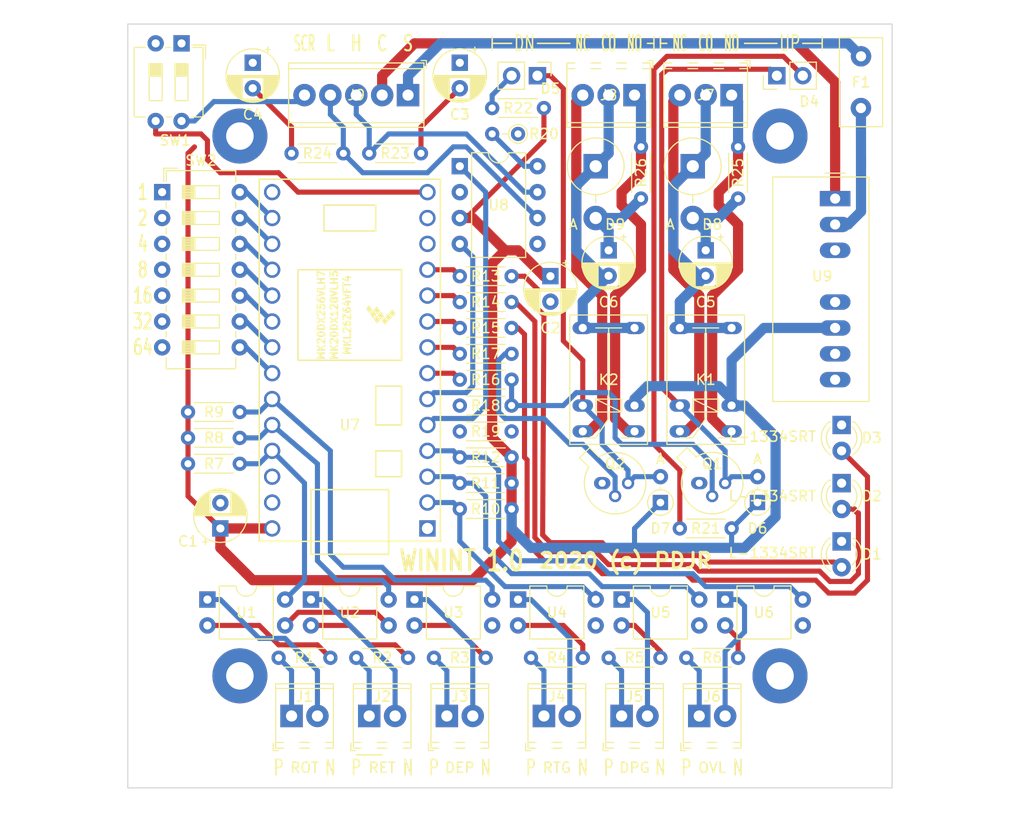
<source format=kicad_pcb>
(kicad_pcb (version 20171130) (host pcbnew 5.1.5-52549c5~84~ubuntu18.04.1)
  (title_block (title "WININT - windlass interface module") (date 2020-09-16) (rev 1.0) (company "PDJR <preeve@pdjr.eu>"))
  (layers (0 F.Cu signal) (31 B.Cu signal) (35 F.Paste user hide) (37 F.SilkS user) (38 B.Mask user hide) (39 F.Mask user hide) (44 Edge.Cuts user))
  (net 0 "")
  (net 1 "Net-(J2-Pad1)")
  (net 2 GND)
  (net 3 "Net-(Q1-Pad2)")
  (net 4 "Net-(Q2-Pad2)")
  (net 5 "Net-(R2-Pad1)")
  (net 6 "Net-(R3-Pad1)")
  (net 7 "Net-(R4-Pad1)")
  (net 8 "Net-(C3-Pad2)")
  (net 9 "Net-(C4-Pad2)")
  (net 10 "Net-(D3-Pad2)")
  (net 11 "Net-(R5-Pad1)")
  (net 12 "Net-(J1-Pad1)")
  (net 13 "Net-(D2-Pad2)")
  (net 14 "Net-(R6-Pad1)")
  (net 15 "Net-(D1-Pad2)")
  (net 16 "Net-(C5-Pad1)")
  (net 17 "Net-(C6-Pad1)")
  (net 18 "Net-(J3-Pad1)")
  (net 19 "Net-(R20-Pad2)")
  (net 20 "Net-(D4-Pad2)")
  (net 21 "Net-(D5-Pad2)")
  (net 22 "Net-(F1-Pad2)")
  (net 23 "Net-(J1-Pad2)")
  (net 24 "Net-(J5-Pad2)")
  (net 25 "Net-(J5-Pad1)")
  (net 26 "Net-(J6-Pad2)")
  (net 27 "Net-(J6-Pad1)")
  (net 28 +5V)
  (net 29 /ENABLE)
  (net 30 /CAN_TX)
  (net 31 /CAN_RX)
  (net 32 "Net-(D4-Pad1)")
  (net 33 "Net-(D5-Pad1)")
  (net 34 "Net-(J2-Pad2)")
  (net 35 "Net-(J3-Pad2)")
  (net 36 "Net-(J4-Pad2)")
  (net 37 "Net-(J4-Pad1)")
  (net 38 "Net-(R1-Pad1)")
  (net 39 "Net-(SW2-Pad14)")
  (net 40 "Net-(SW2-Pad13)")
  (net 41 "Net-(SW2-Pad12)")
  (net 42 "Net-(SW2-Pad11)")
  (net 43 "Net-(SW2-Pad10)")
  (net 44 "Net-(SW2-Pad9)")
  (net 45 "Net-(SW2-Pad8)")
  (net 46 /UP_CO)
  (net 47 /DN_CO)
  (net 48 /UP_NC)
  (net 49 /UP-NO)
  (net 50 /DN_NC)
  (net 51 /DN-NO)
  (net 52 /SENSOR_ROT)
  (net 53 /SENSOR_RTD)
  (net 54 /SENSOR_DPD)
  (net 55 /SENSOR_RTG)
  (net 56 /SENSOR_DPG)
  (net 57 /SENSOR_OVL)
  (net 58 /LED_DN)
  (net 59 /LED_UP)
  (net 60 /LED_PWR)
  (net 61 /RELAY_UP)
  (net 62 /RELAY_DOWN)
  (net 63 /CAN_SCR)
  (net 64 /CAN_L)
  (net 65 /CAN_H)
  (net 66 /NET_S)
  (net 67 /NET_C)
  (module Package_DIP:DIP-4_W7.62mm (layer F.Cu) (at 194.615 143.51)
    (fp_text reference U6 (at 3.81 1.27) (layer F.SilkS))
    (fp_text value PC817)
    (pad 4 thru_hole oval (at 7.62 0) (size 1.6 1.6) (drill 0.8) (layers *.Cu *.Mask) (net 57 /SENSOR_OVL))
    (pad 2 thru_hole oval (at 0 2.54) (size 1.6 1.6) (drill 0.8) (layers *.Cu *.Mask) (net 14 "Net-(R6-Pad1)"))
    (pad 3 thru_hole oval (at 7.62 2.54) (size 1.6 1.6) (drill 0.8) (layers *.Cu *.Mask) (net 2 GND))
    (pad 1 thru_hole rect (at 0 0) (size 1.6 1.6) (drill 0.8) (layers *.Cu *.Mask) (net 26 "Net-(J6-Pad2)"))
  )
  (module Package_DIP:DIP-4_W7.62mm (layer F.Cu) (at 184.455 143.51)
    (fp_text reference U5 (at 3.81 1.27) (layer F.SilkS))
    (fp_text value PC817)
    (pad 4 thru_hole oval (at 7.62 0) (size 1.6 1.6) (drill 0.8) (layers *.Cu *.Mask) (net 56 /SENSOR_DPG))
    (pad 2 thru_hole oval (at 0 2.54) (size 1.6 1.6) (drill 0.8) (layers *.Cu *.Mask) (net 11 "Net-(R5-Pad1)"))
    (pad 3 thru_hole oval (at 7.62 2.54) (size 1.6 1.6) (drill 0.8) (layers *.Cu *.Mask) (net 2 GND))
    (pad 1 thru_hole rect (at 0 0) (size 1.6 1.6) (drill 0.8) (layers *.Cu *.Mask) (net 24 "Net-(J5-Pad2)"))
  )
  (module Package_DIP:DIP-4_W7.62mm (layer F.Cu) (at 174.295 143.51)
    (fp_text reference U4 (at 3.81 1.27) (layer F.SilkS))
    (fp_text value PC817)
    (pad 4 thru_hole oval (at 7.62 0) (size 1.6 1.6) (drill 0.8) (layers *.Cu *.Mask) (net 55 /SENSOR_RTG))
    (pad 2 thru_hole oval (at 0 2.54) (size 1.6 1.6) (drill 0.8) (layers *.Cu *.Mask) (net 7 "Net-(R4-Pad1)"))
    (pad 3 thru_hole oval (at 7.62 2.54) (size 1.6 1.6) (drill 0.8) (layers *.Cu *.Mask) (net 2 GND))
    (pad 1 thru_hole rect (at 0 0) (size 1.6 1.6) (drill 0.8) (layers *.Cu *.Mask) (net 36 "Net-(J4-Pad2)"))
  )
  (module Package_DIP:DIP-4_W7.62mm (layer F.Cu) (at 164.135 143.51)
    (fp_text reference U3 (at 3.81 1.27) (layer F.SilkS))
    (fp_text value PC817)
    (pad 4 thru_hole oval (at 7.62 0) (size 1.6 1.6) (drill 0.8) (layers *.Cu *.Mask) (net 54 /SENSOR_DPD))
    (pad 2 thru_hole oval (at 0 2.54) (size 1.6 1.6) (drill 0.8) (layers *.Cu *.Mask) (net 6 "Net-(R3-Pad1)"))
    (pad 3 thru_hole oval (at 7.62 2.54) (size 1.6 1.6) (drill 0.8) (layers *.Cu *.Mask) (net 2 GND))
    (pad 1 thru_hole rect (at 0 0) (size 1.6 1.6) (drill 0.8) (layers *.Cu *.Mask) (net 35 "Net-(J3-Pad2)"))
  )
  (module Package_DIP:DIP-4_W7.62mm (layer F.Cu) (at 153.975 143.51)
    (fp_text reference U2 (at 3.81 1.27) (layer F.SilkS))
    (fp_text value PC817 hide)
    (pad 4 thru_hole oval (at 7.62 0) (size 1.6 1.6) (drill 0.8) (layers *.Cu *.Mask) (net 53 /SENSOR_RTD))
    (pad 2 thru_hole oval (at 0 2.54) (size 1.6 1.6) (drill 0.8) (layers *.Cu *.Mask) (net 5 "Net-(R2-Pad1)"))
    (pad 3 thru_hole oval (at 7.62 2.54) (size 1.6 1.6) (drill 0.8) (layers *.Cu *.Mask) (net 2 GND))
    (pad 1 thru_hole rect (at 0 0) (size 1.6 1.6) (drill 0.8) (layers *.Cu *.Mask) (net 34 "Net-(J2-Pad2)"))
  )
  (module Resistor_THT:R_Axial_DIN0204_L3.6mm_D1.6mm_P5.08mm_Horizontal (layer F.Cu) (at 168.58 129.54)
    (fp_text reference R12 (at 2.54 0) (layer F.SilkS))
    (fp_text value 10K)
    (pad 2 thru_hole oval (at 5.08 0) (size 1.4 1.4) (drill 0.7) (layers *.Cu *.Mask) (net 28 +5V))
    (pad 1 thru_hole circle (at 0 0) (size 1.4 1.4) (drill 0.7) (layers *.Cu *.Mask) (net 57 /SENSOR_OVL))
  )
  (module Resistor_THT:R_Axial_DIN0204_L3.6mm_D1.6mm_P5.08mm_Horizontal (layer F.Cu) (at 168.58 132.08)
    (fp_text reference R11 (at 2.54 0) (layer F.SilkS))
    (fp_text value 10K)
    (pad 2 thru_hole oval (at 5.08 0) (size 1.4 1.4) (drill 0.7) (layers *.Cu *.Mask) (net 28 +5V))
    (pad 1 thru_hole circle (at 0 0) (size 1.4 1.4) (drill 0.7) (layers *.Cu *.Mask) (net 56 /SENSOR_DPG))
  )
  (module Resistor_THT:R_Axial_DIN0204_L3.6mm_D1.6mm_P5.08mm_Horizontal (layer F.Cu) (at 168.58 134.62)
    (fp_text reference R10 (at 2.54 0) (layer F.SilkS))
    (fp_text value 10K)
    (pad 2 thru_hole oval (at 5.08 0) (size 1.4 1.4) (drill 0.7) (layers *.Cu *.Mask) (net 28 +5V))
    (pad 1 thru_hole circle (at 0 0) (size 1.4 1.4) (drill 0.7) (layers *.Cu *.Mask) (net 55 /SENSOR_RTG))
  )
  (module Resistor_THT:R_Axial_DIN0204_L3.6mm_D1.6mm_P5.08mm_Horizontal (layer F.Cu) (at 146.99 125.095 180)
    (fp_text reference R9 (at 2.54 0) (layer F.SilkS))
    (fp_text value 10K)
    (pad 2 thru_hole oval (at 5.08 0 180) (size 1.4 1.4) (drill 0.7) (layers *.Cu *.Mask) (net 28 +5V))
    (pad 1 thru_hole circle (at 0 0 180) (size 1.4 1.4) (drill 0.7) (layers *.Cu *.Mask) (net 54 /SENSOR_DPD))
  )
  (module Resistor_THT:R_Axial_DIN0204_L3.6mm_D1.6mm_P5.08mm_Horizontal (layer F.Cu) (at 146.99 127.635 180)
    (fp_text reference R8 (at 2.54 0) (layer F.SilkS))
    (fp_text value 10K)
    (pad 2 thru_hole oval (at 5.08 0 180) (size 1.4 1.4) (drill 0.7) (layers *.Cu *.Mask) (net 28 +5V))
    (pad 1 thru_hole circle (at 0 0 180) (size 1.4 1.4) (drill 0.7) (layers *.Cu *.Mask) (net 53 /SENSOR_RTD))
  )
  (module Resistor_THT:R_Axial_DIN0204_L3.6mm_D1.6mm_P5.08mm_Horizontal (layer F.Cu) (at 195.885 149.225 180)
    (fp_text reference R6 (at 2.54 0) (layer F.SilkS))
    (fp_text value 1.4K)
    (pad 2 thru_hole oval (at 5.08 0 180) (size 1.4 1.4) (drill 0.7) (layers *.Cu *.Mask) (net 27 "Net-(J6-Pad1)"))
    (pad 1 thru_hole circle (at 0 0 180) (size 1.4 1.4) (drill 0.7) (layers *.Cu *.Mask) (net 14 "Net-(R6-Pad1)"))
  )
  (module Resistor_THT:R_Axial_DIN0204_L3.6mm_D1.6mm_P5.08mm_Horizontal (layer F.Cu) (at 188.265 149.225 180)
    (fp_text reference R5 (at 2.54 0) (layer F.SilkS))
    (fp_text value 1.4K)
    (pad 2 thru_hole oval (at 5.08 0 180) (size 1.4 1.4) (drill 0.7) (layers *.Cu *.Mask) (net 25 "Net-(J5-Pad1)"))
    (pad 1 thru_hole circle (at 0 0 180) (size 1.4 1.4) (drill 0.7) (layers *.Cu *.Mask) (net 11 "Net-(R5-Pad1)"))
  )
  (module Resistor_THT:R_Axial_DIN0204_L3.6mm_D1.6mm_P5.08mm_Horizontal (layer F.Cu) (at 180.645 149.225 180)
    (fp_text reference R4 (at 2.54 0) (layer F.SilkS))
    (fp_text value 1.4K)
    (pad 2 thru_hole oval (at 5.08 0 180) (size 1.4 1.4) (drill 0.7) (layers *.Cu *.Mask) (net 37 "Net-(J4-Pad1)"))
    (pad 1 thru_hole circle (at 0 0 180) (size 1.4 1.4) (drill 0.7) (layers *.Cu *.Mask) (net 7 "Net-(R4-Pad1)"))
  )
  (module Resistor_THT:R_Axial_DIN0204_L3.6mm_D1.6mm_P5.08mm_Horizontal (layer F.Cu) (at 171.12 149.225 180)
    (fp_text reference R3 (at 2.54 0) (layer F.SilkS))
    (fp_text value 1.4K)
    (pad 2 thru_hole oval (at 5.08 0 180) (size 1.4 1.4) (drill 0.7) (layers *.Cu *.Mask) (net 18 "Net-(J3-Pad1)"))
    (pad 1 thru_hole circle (at 0 0 180) (size 1.4 1.4) (drill 0.7) (layers *.Cu *.Mask) (net 6 "Net-(R3-Pad1)"))
  )
  (module Resistor_THT:R_Axial_DIN0204_L3.6mm_D1.6mm_P5.08mm_Horizontal (layer F.Cu) (at 163.5 149.225 180)
    (fp_text reference R2 (at 2.54 0) (layer F.SilkS))
    (fp_text value 1.4K)
    (pad 2 thru_hole oval (at 5.08 0 180) (size 1.4 1.4) (drill 0.7) (layers *.Cu *.Mask) (net 1 "Net-(J2-Pad1)"))
    (pad 1 thru_hole circle (at 0 0 180) (size 1.4 1.4) (drill 0.7) (layers *.Cu *.Mask) (net 5 "Net-(R2-Pad1)"))
  )
  (module TerminalBlock_Phoenix:TerminalBlock_Phoenix_MPT-0,5-2-2.54_1x02_P2.54mm_Horizontal (layer F.Cu) (at 192.075 154.94)
    (fp_text reference J6 (at 1.27 -1.905) (layer F.SilkS))
    (fp_text value OVL (at 1.27 5.08) (layer F.SilkS))
    (pad "" np_thru_hole circle (at 2.54 2.54) (size 1.1 1.1) (drill 1.1) (layers *.Cu *.Mask))
    (pad 2 thru_hole circle (at 2.54 0) (size 2.2 2.2) (drill 1.1) (layers *.Cu *.Mask) (net 26 "Net-(J6-Pad2)"))
    (pad "" np_thru_hole circle (at 0 2.54) (size 1.1 1.1) (drill 1.1) (layers *.Cu *.Mask))
    (pad 1 thru_hole rect (at 0 0) (size 2.2 2.2) (drill 1.1) (layers *.Cu *.Mask) (net 27 "Net-(J6-Pad1)"))
  )
  (module TerminalBlock_Phoenix:TerminalBlock_Phoenix_MPT-0,5-2-2.54_1x02_P2.54mm_Horizontal (layer F.Cu) (at 184.455 154.94)
    (fp_text reference J5 (at 1.27 -1.905) (layer F.SilkS))
    (fp_text value DPG (at 1.27 5.08) (layer F.SilkS))
    (pad "" np_thru_hole circle (at 2.54 2.54) (size 1.1 1.1) (drill 1.1) (layers *.Cu *.Mask))
    (pad 2 thru_hole circle (at 2.54 0) (size 2.2 2.2) (drill 1.1) (layers *.Cu *.Mask) (net 24 "Net-(J5-Pad2)"))
    (pad "" np_thru_hole circle (at 0 2.54) (size 1.1 1.1) (drill 1.1) (layers *.Cu *.Mask))
    (pad 1 thru_hole rect (at 0 0) (size 2.2 2.2) (drill 1.1) (layers *.Cu *.Mask) (net 25 "Net-(J5-Pad1)"))
  )
  (module TerminalBlock_Phoenix:TerminalBlock_Phoenix_MPT-0,5-2-2.54_1x02_P2.54mm_Horizontal (layer F.Cu) (at 176.835 154.94)
    (fp_text reference J4 (at 1.27 -1.905) (layer F.SilkS))
    (fp_text value RTG (at 1.27 5.08) (layer F.SilkS))
    (pad "" np_thru_hole circle (at 2.54 2.54) (size 1.1 1.1) (drill 1.1) (layers *.Cu *.Mask))
    (pad 2 thru_hole circle (at 2.54 0) (size 2.2 2.2) (drill 1.1) (layers *.Cu *.Mask) (net 36 "Net-(J4-Pad2)"))
    (pad "" np_thru_hole circle (at 0 2.54) (size 1.1 1.1) (drill 1.1) (layers *.Cu *.Mask))
    (pad 1 thru_hole rect (at 0 0) (size 2.2 2.2) (drill 1.1) (layers *.Cu *.Mask) (net 37 "Net-(J4-Pad1)"))
  )
  (module TerminalBlock_Phoenix:TerminalBlock_Phoenix_MPT-0,5-2-2.54_1x02_P2.54mm_Horizontal (layer F.Cu) (at 167.31 154.94)
    (fp_text reference J3 (at 1.27 -1.905) (layer F.SilkS))
    (fp_text value DEP (at 1.27 5.08) (layer F.SilkS))
    (pad "" np_thru_hole circle (at 2.54 2.54) (size 1.1 1.1) (drill 1.1) (layers *.Cu *.Mask))
    (pad 2 thru_hole circle (at 2.54 0) (size 2.2 2.2) (drill 1.1) (layers *.Cu *.Mask) (net 35 "Net-(J3-Pad2)"))
    (pad "" np_thru_hole circle (at 0 2.54) (size 1.1 1.1) (drill 1.1) (layers *.Cu *.Mask))
    (pad 1 thru_hole rect (at 0 0) (size 2.2 2.2) (drill 1.1) (layers *.Cu *.Mask) (net 18 "Net-(J3-Pad1)"))
  )
  (module TerminalBlock_Phoenix:TerminalBlock_Phoenix_MPT-0,5-2-2.54_1x02_P2.54mm_Horizontal (layer F.Cu) (at 159.69 154.94)
    (fp_text reference J2 (at 1.27 -1.905) (layer F.SilkS))
    (fp_text value RET (at 1.27 5.08) (layer F.SilkS))
    (pad "" np_thru_hole circle (at 2.54 2.54) (size 1.1 1.1) (drill 1.1) (layers *.Cu *.Mask))
    (pad 2 thru_hole circle (at 2.54 0) (size 2.2 2.2) (drill 1.1) (layers *.Cu *.Mask) (net 34 "Net-(J2-Pad2)"))
    (pad "" np_thru_hole circle (at 0 2.54) (size 1.1 1.1) (drill 1.1) (layers *.Cu *.Mask))
    (pad 1 thru_hole rect (at 0 0) (size 2.2 2.2) (drill 1.1) (layers *.Cu *.Mask) (net 1 "Net-(J2-Pad1)"))
  )
  (module Button_Switch_THT:SW_DIP_SPSTx02_Slide_6.7x6.64mm_W7.62mm_P2.54mm_LowProfile (layer F.Cu) (at 141.275 88.9 270)
    (fp_text reference SW1 (at 9.525 0.635 180) (layer F.SilkS))
    (fp_text value CONFIG)
    (pad 4 thru_hole oval (at 7.62 0 270) (size 1.6 1.6) (drill 0.8) (layers *.Cu *.Mask) (net 63 /CAN_SCR))
    (pad 2 thru_hole oval (at 0 2.54 270) (size 1.6 1.6) (drill 0.8) (layers *.Cu *.Mask) (net 2 GND))
    (pad 3 thru_hole oval (at 7.62 2.54 270) (size 1.6 1.6) (drill 0.8) (layers *.Cu *.Mask) (net 29 /ENABLE))
    (pad 1 thru_hole rect (at 0 0 270) (size 1.6 1.6) (drill 0.8) (layers *.Cu *.Mask) (net 2 GND))
  )
  (module Button_Switch_THT:SW_DIP_SPSTx07_Slide_6.7x19.34mm_W7.62mm_P2.54mm_LowProfile (layer F.Cu) (at 139.37 103.505)
    (fp_text reference SW2 (at 3.81 -3.11) (layer F.SilkS))
    (fp_text value INSTANCE)
    (pad 14 thru_hole oval (at 7.62 0) (size 1.6 1.6) (drill 0.8) (layers *.Cu *.Mask) (net 39 "Net-(SW2-Pad14)"))
    (pad 7 thru_hole oval (at 0 15.24) (size 1.6 1.6) (drill 0.8) (layers *.Cu *.Mask) (net 2 GND))
    (pad 13 thru_hole oval (at 7.62 2.54) (size 1.6 1.6) (drill 0.8) (layers *.Cu *.Mask) (net 40 "Net-(SW2-Pad13)"))
    (pad 6 thru_hole oval (at 0 12.7) (size 1.6 1.6) (drill 0.8) (layers *.Cu *.Mask) (net 2 GND))
    (pad 12 thru_hole oval (at 7.62 5.08) (size 1.6 1.6) (drill 0.8) (layers *.Cu *.Mask) (net 41 "Net-(SW2-Pad12)"))
    (pad 5 thru_hole oval (at 0 10.16) (size 1.6 1.6) (drill 0.8) (layers *.Cu *.Mask) (net 2 GND))
    (pad 11 thru_hole oval (at 7.62 7.62) (size 1.6 1.6) (drill 0.8) (layers *.Cu *.Mask) (net 42 "Net-(SW2-Pad11)"))
    (pad 4 thru_hole oval (at 0 7.62) (size 1.6 1.6) (drill 0.8) (layers *.Cu *.Mask) (net 2 GND))
    (pad 10 thru_hole oval (at 7.62 10.16) (size 1.6 1.6) (drill 0.8) (layers *.Cu *.Mask) (net 43 "Net-(SW2-Pad10)"))
    (pad 3 thru_hole oval (at 0 5.08) (size 1.6 1.6) (drill 0.8) (layers *.Cu *.Mask) (net 2 GND))
    (pad 9 thru_hole oval (at 7.62 12.7) (size 1.6 1.6) (drill 0.8) (layers *.Cu *.Mask) (net 44 "Net-(SW2-Pad9)"))
    (pad 2 thru_hole oval (at 0 2.54) (size 1.6 1.6) (drill 0.8) (layers *.Cu *.Mask) (net 2 GND))
    (pad 8 thru_hole oval (at 7.62 15.24) (size 1.6 1.6) (drill 0.8) (layers *.Cu *.Mask) (net 45 "Net-(SW2-Pad8)"))
    (pad 1 thru_hole rect (at 0 0) (size 1.6 1.6) (drill 0.8) (layers *.Cu *.Mask) (net 2 GND))
  )
  (module TerminalBlock_Phoenix:TerminalBlock_Phoenix_MPT-0,5-3-2.54_1x03_P2.54mm_Horizontal (layer F.Cu) (at 195.25 93.98 180)
    (fp_text reference J7 (at 2.54 0 180) (layer F.SilkS))
    (fp_text value UP)
    (pad 3 thru_hole circle (at 5.08 0 180) (size 2.2 2.2) (drill 1.1) (layers *.Cu *.Mask) (net 48 /UP_NC))
    (pad 2 thru_hole circle (at 2.54 0 180) (size 2.2 2.2) (drill 1.1) (layers *.Cu *.Mask) (net 46 /UP_CO))
    (pad 1 thru_hole rect (at 0 0 180) (size 2.2 2.2) (drill 1.1) (layers *.Cu *.Mask) (net 49 /UP-NO))
  )
  (module Capacitor_THT:CP_Radial_D5.0mm_P2.50mm (layer F.Cu) (at 168.58 90.805 270)
    (fp_text reference C3 (at 5.08 0 180) (layer F.SilkS))
    (fp_text value 560p)
    (pad 2 thru_hole circle (at 2.5 0 270) (size 1.6 1.6) (drill 0.8) (layers *.Cu *.Mask) (net 8 "Net-(C3-Pad2)"))
    (pad 1 thru_hole rect (at 0 0 270) (size 1.6 1.6) (drill 0.8) (layers *.Cu *.Mask) (net 2 GND))
  )
  (module Resistor_THT:R_Axial_DIN0204_L3.6mm_D1.6mm_P5.08mm_Horizontal (layer F.Cu) (at 176.835 95.25 180)
    (fp_text reference R22 (at 2.54 0) (layer F.SilkS))
    (fp_text value 200R)
    (pad 2 thru_hole oval (at 5.08 0 180) (size 1.4 1.4) (drill 0.7) (layers *.Cu *.Mask) (net 21 "Net-(D5-Pad2)"))
    (pad 1 thru_hole circle (at 0 0 180) (size 1.4 1.4) (drill 0.7) (layers *.Cu *.Mask) (net 28 +5V))
  )
  (module Resistor_THT:R_Axial_DIN0204_L3.6mm_D1.6mm_P5.08mm_Horizontal (layer F.Cu) (at 195.25 136.525 180)
    (fp_text reference R21 (at 2.54 0) (layer F.SilkS))
    (fp_text value 200R)
    (pad 2 thru_hole oval (at 5.08 0 180) (size 1.4 1.4) (drill 0.7) (layers *.Cu *.Mask) (net 20 "Net-(D4-Pad2)"))
    (pad 1 thru_hole circle (at 0 0 180) (size 1.4 1.4) (drill 0.7) (layers *.Cu *.Mask) (net 28 +5V))
  )
  (module Connector_PinHeader_2.54mm:PinHeader_1x02_P2.54mm_Vertical (layer F.Cu) (at 176.2 92.075 270)
    (fp_text reference D5 (at 1.27 -1.27 180) (layer F.SilkS))
    (fp_text value L-1334SRT)
    (pad 2 thru_hole oval (at 0 2.54 270) (size 1.7 1.7) (drill 1) (layers *.Cu *.Mask) (net 21 "Net-(D5-Pad2)"))
    (pad 1 thru_hole rect (at 0 0 270) (size 1.7 1.7) (drill 1) (layers *.Cu *.Mask) (net 33 "Net-(D5-Pad1)"))
  )
  (module Connector_PinHeader_2.54mm:PinHeader_1x02_P2.54mm_Vertical (layer F.Cu) (at 199.695 92.075 90)
    (fp_text reference D4 (at -2.54 3.175 180) (layer F.SilkS))
    (fp_text value L-1334SRT)
    (pad 2 thru_hole oval (at 0 2.54 90) (size 1.7 1.7) (drill 1) (layers *.Cu *.Mask) (net 20 "Net-(D4-Pad2)"))
    (pad 1 thru_hole rect (at 0 0 90) (size 1.7 1.7) (drill 1) (layers *.Cu *.Mask) (net 32 "Net-(D4-Pad1)"))
  )
  (module TerminalBlock_Phoenix:TerminalBlock_Phoenix_MPT-0,5-2-2.54_1x02_P2.54mm_Horizontal (layer F.Cu) (at 152.07 154.94)
    (fp_text reference J1 (at 1.27 -1.905) (layer F.SilkS))
    (fp_text value ROT (at 1.27 5.08) (layer F.SilkS))
    (pad "" np_thru_hole circle (at 2.54 2.54) (size 1.1 1.1) (drill 1.1) (layers *.Cu *.Mask))
    (pad 2 thru_hole circle (at 2.54 0) (size 2.2 2.2) (drill 1.1) (layers *.Cu *.Mask) (net 23 "Net-(J1-Pad2)"))
    (pad "" np_thru_hole circle (at 0 2.54) (size 1.1 1.1) (drill 1.1) (layers *.Cu *.Mask))
    (pad 1 thru_hole rect (at 0 0) (size 2.2 2.2) (drill 1.1) (layers *.Cu *.Mask) (net 12 "Net-(J1-Pad1)"))
  )
  (module TerminalBlock_Phoenix:TerminalBlock_Phoenix_MPT-0,5-5-2.54_1x05_P2.54mm_Horizontal (layer F.Cu) (at 163.5 93.98 180)
    (fp_text reference J9 (at 5.08 0) (layer F.SilkS))
    (fp_text value CAN)
    (pad 5 thru_hole circle (at 10.16 0 180) (size 2.2 2.2) (drill 1.1) (layers *.Cu *.Mask) (net 63 /CAN_SCR))
    (pad 4 thru_hole circle (at 7.62 0 180) (size 2.2 2.2) (drill 1.1) (layers *.Cu *.Mask) (net 64 /CAN_L))
    (pad 3 thru_hole circle (at 5.08 0 180) (size 2.2 2.2) (drill 1.1) (layers *.Cu *.Mask) (net 65 /CAN_H))
    (pad 2 thru_hole circle (at 2.54 0 180) (size 2.2 2.2) (drill 1.1) (layers *.Cu *.Mask) (net 67 /NET_C))
    (pad 1 thru_hole rect (at 0 0 180) (size 2.2 2.2) (drill 1.1) (layers *.Cu *.Mask) (net 66 /NET_S))
  )
  (module Diode_THT:D_DO-27_P5.08mm_Vertical_AnodeUp (layer F.Cu) (at 191.44 100.965 270)
    (fp_text reference D8 (at 5.715 -1.905 180) (layer F.SilkS))
    (fp_text value D_TVS)
    (fp_text user A (at 5.715 2.2 180) (layer F.SilkS))
    (pad 2 thru_hole oval (at 5.08 0 270) (size 2.4 2.4) (drill 1.2) (layers *.Cu *.Mask) (net 16 "Net-(C5-Pad1)"))
    (pad 1 thru_hole rect (at 0 0 270) (size 2.4 2.4) (drill 1.2) (layers *.Cu *.Mask) (net 46 /UP_CO))
  )
  (module Resistor_THT:R_Axial_DIN0204_L3.6mm_D1.6mm_P5.08mm_Horizontal (layer F.Cu) (at 152.07 99.695)
    (fp_text reference R24 (at 2.54 0) (layer F.SilkS))
    (fp_text value 100R)
    (pad 2 thru_hole oval (at 5.08 0) (size 1.4 1.4) (drill 0.7) (layers *.Cu *.Mask) (net 64 /CAN_L))
    (pad 1 thru_hole circle (at 0 0) (size 1.4 1.4) (drill 0.7) (layers *.Cu *.Mask) (net 9 "Net-(C4-Pad2)"))
  )
  (module Resistor_THT:R_Axial_DIN0204_L3.6mm_D1.6mm_P5.08mm_Horizontal (layer F.Cu) (at 159.69 99.695)
    (fp_text reference R23 (at 2.54 0) (layer F.SilkS))
    (fp_text value 100R)
    (pad 2 thru_hole oval (at 5.08 0) (size 1.4 1.4) (drill 0.7) (layers *.Cu *.Mask) (net 8 "Net-(C3-Pad2)"))
    (pad 1 thru_hole circle (at 0 0) (size 1.4 1.4) (drill 0.7) (layers *.Cu *.Mask) (net 65 /CAN_H))
  )
  (module Diode_THT:D_DO-27_P5.08mm_Vertical_AnodeUp (layer F.Cu) (at 181.915 100.965 270)
    (fp_text reference D9 (at 5.715 -1.905 180) (layer F.SilkS))
    (fp_text value D_TVS)
    (fp_text user A (at 5.715 2.2 180) (layer F.SilkS))
    (pad 2 thru_hole oval (at 5.08 0 270) (size 2.4 2.4) (drill 1.2) (layers *.Cu *.Mask) (net 17 "Net-(C6-Pad1)"))
    (pad 1 thru_hole rect (at 0 0 270) (size 2.4 2.4) (drill 1.2) (layers *.Cu *.Mask) (net 47 /DN_CO))
  )
  (module Diode_THT:D_DO-34_SOD68_P2.54mm_Vertical_AnodeUp (layer F.Cu) (at 188.265 133.985 90)
    (fp_text reference D7 (at -2.54 0 180) (layer F.SilkS))
    (fp_text value 1N4007)
    (fp_text user A (at 4.29 0 180) (layer F.SilkS))
    (pad 2 thru_hole oval (at 2.54 0 90) (size 1.5 1.5) (drill 0.75) (layers *.Cu *.Mask) (net 33 "Net-(D5-Pad1)"))
    (pad 1 thru_hole rect (at 0 0 90) (size 1.5 1.5) (drill 0.75) (layers *.Cu *.Mask) (net 28 +5V))
  )
  (module Diode_THT:D_DO-34_SOD68_P2.54mm_Vertical_AnodeUp (layer F.Cu) (at 197.79 133.985 90)
    (fp_text reference D6 (at -2.54 0 180) (layer F.SilkS))
    (fp_text value 1N4007)
    (fp_text user A (at 4.29 0 180) (layer F.SilkS))
    (pad 2 thru_hole oval (at 2.54 0 90) (size 1.5 1.5) (drill 0.75) (layers *.Cu *.Mask) (net 32 "Net-(D4-Pad1)"))
    (pad 1 thru_hole rect (at 0 0 90) (size 1.5 1.5) (drill 0.75) (layers *.Cu *.Mask) (net 28 +5V))
  )
  (module TerminalBlock_Phoenix:TerminalBlock_Phoenix_MPT-0,5-3-2.54_1x03_P2.54mm_Horizontal (layer F.Cu) (at 185.725 93.98 180)
    (fp_text reference J8 (at 2.54 0) (layer F.SilkS))
    (fp_text value DOWN)
    (pad "" np_thru_hole circle (at 5.08 2.54 180) (size 1.1 1.1) (drill 1.1) (layers *.Cu *.Mask))
    (pad 3 thru_hole circle (at 5.08 0 180) (size 2.2 2.2) (drill 1.1) (layers *.Cu *.Mask) (net 50 /DN_NC))
    (pad "" np_thru_hole circle (at 2.54 2.54 180) (size 1.1 1.1) (drill 1.1) (layers *.Cu *.Mask))
    (pad 2 thru_hole circle (at 2.54 0 180) (size 2.2 2.2) (drill 1.1) (layers *.Cu *.Mask) (net 47 /DN_CO))
    (pad "" np_thru_hole circle (at 0 2.54 180) (size 1.1 1.1) (drill 1.1) (layers *.Cu *.Mask))
    (pad 1 thru_hole rect (at 0 0 180) (size 2.2 2.2) (drill 1.1) (layers *.Cu *.Mask) (net 51 /DN-NO))
  )
  (module Package_TO_SOT_THT:TO-18-3 (layer F.Cu) (at 182.55 132.08)
    (fp_text reference Q2 (at 1.27 -1.905 180) (layer F.SilkS))
    (fp_text value NTE123A)
    (pad 3 thru_hole oval (at 2.54 0) (size 1.2 1.2) (drill 0.7) (layers *.Cu *.Mask) (net 33 "Net-(D5-Pad1)"))
    (pad 2 thru_hole oval (at 1.27 1.27) (size 1.2 1.2) (drill 0.7) (layers *.Cu *.Mask) (net 4 "Net-(Q2-Pad2)"))
    (pad 1 thru_hole oval (at 0 0) (size 1.6 1.2) (drill 0.7) (layers *.Cu *.Mask) (net 2 GND))
  )
  (module Package_TO_SOT_THT:TO-18-3 (layer F.Cu) (at 192.075 132.08)
    (fp_text reference Q1 (at 1.27 -1.905 180) (layer F.SilkS))
    (fp_text value NTE123A)
    (pad 3 thru_hole oval (at 2.54 0) (size 1.2 1.2) (drill 0.7) (layers *.Cu *.Mask) (net 32 "Net-(D4-Pad1)"))
    (pad 2 thru_hole oval (at 1.27 1.27) (size 1.2 1.2) (drill 0.7) (layers *.Cu *.Mask) (net 3 "Net-(Q1-Pad2)"))
    (pad 1 thru_hole oval (at 0 0) (size 1.6 1.2) (drill 0.7) (layers *.Cu *.Mask) (net 2 GND))
  )
  (module LED_THT:LED_D3.0mm (layer F.Cu) (at 206.045 137.795 270)
    (fp_text reference D1 (at 1.27 -2.96 180) (layer F.SilkS))
    (fp_text value L-1334SRT (at 1.143 2.413 180) (layer F.SilkS) (effects (justify right)))
    (pad 2 thru_hole circle (at 2.54 0 270) (size 1.8 1.8) (drill 0.9) (layers *.Cu *.Mask) (net 15 "Net-(D1-Pad2)"))
    (pad 1 thru_hole rect (at 0 0 270) (size 1.8 1.8) (drill 0.9) (layers *.Cu *.Mask) (net 2 GND))
  )
  (module PDJR:476-257 (layer F.Cu) (at 183.185 121.92 90)
    (fp_text reference K2 (at 0 0) (layer F.SilkS))
    (fp_text value 476-757)
    (pad 5 thru_hole oval (at 5.08 2.54 90) (size 1.2 2) (drill 0.8) (layers *.Cu *.Mask) (net 47 /DN_CO))
    (pad 6 thru_hole oval (at 5.08 -2.54 90) (size 1.2 2) (drill 0.8) (layers *.Cu *.Mask) (net 47 /DN_CO))
    (pad 2 thru_hole oval (at -2.54 2.54 90) (size 1.2 2) (drill 0.8) (layers *.Cu *.Mask) (net 28 +5V))
    (pad 9 thru_hole oval (at -2.54 -2.54 90) (size 1.2 2) (drill 0.8) (layers *.Cu *.Mask) (net 33 "Net-(D5-Pad1)"))
    (pad 1 thru_hole oval (at -5.08 2.54 90) (size 1.2 2) (drill 0.8) (layers *.Cu *.Mask) (net 51 /DN-NO))
    (pad 10 thru_hole oval (at -5.08 -2.54 90) (size 1.2 2) (drill 0.8) (layers *.Cu *.Mask) (net 50 /DN_NC))
  )
  (module Capacitor_THT:CP_Radial_D5.0mm_P2.50mm (layer F.Cu) (at 192.71 109.22 270)
    (fp_text reference C5 (at 5.08 0) (layer F.SilkS))
    (fp_text value 33n)
    (pad 2 thru_hole circle (at 2.5 0 270) (size 1.6 1.6) (drill 0.8) (layers *.Cu *.Mask) (net 46 /UP_CO))
    (pad 1 thru_hole rect (at 0 0 270) (size 1.6 1.6) (drill 0.8) (layers *.Cu *.Mask) (net 16 "Net-(C5-Pad1)"))
  )
  (module PDJR:476-257 (layer F.Cu) (at 192.71 121.92 90)
    (fp_text reference K1 (at 0 0) (layer F.SilkS))
    (fp_text value 476-757)
    (pad 5 thru_hole oval (at 5.08 2.54 90) (size 1.2 2) (drill 0.8) (layers *.Cu *.Mask) (net 46 /UP_CO))
    (pad 6 thru_hole oval (at 5.08 -2.54 90) (size 1.2 2) (drill 0.8) (layers *.Cu *.Mask) (net 46 /UP_CO))
    (pad 2 thru_hole oval (at -2.54 2.54 90) (size 1.2 2) (drill 0.8) (layers *.Cu *.Mask) (net 28 +5V))
    (pad 9 thru_hole oval (at -2.54 -2.54 90) (size 1.2 2) (drill 0.8) (layers *.Cu *.Mask) (net 32 "Net-(D4-Pad1)"))
    (pad 1 thru_hole oval (at -5.08 2.54 90) (size 1.2 2) (drill 0.8) (layers *.Cu *.Mask) (net 49 /UP-NO))
    (pad 10 thru_hole oval (at -5.08 -2.54 90) (size 1.2 2) (drill 0.8) (layers *.Cu *.Mask) (net 48 /UP_NC))
  )
  (module Resistor_THT:R_Axial_DIN0204_L3.6mm_D1.6mm_P5.08mm_Horizontal (layer F.Cu) (at 168.58 127)
    (fp_text reference R19 (at 2.54 0) (layer F.SilkS))
    (fp_text value 4K7)
    (pad 2 thru_hole oval (at 5.08 0) (size 1.4 1.4) (drill 0.7) (layers *.Cu *.Mask) (net 4 "Net-(Q2-Pad2)"))
    (pad 1 thru_hole circle (at 0 0) (size 1.4 1.4) (drill 0.7) (layers *.Cu *.Mask) (net 2 GND))
  )
  (module Resistor_THT:R_Axial_DIN0204_L3.6mm_D1.6mm_P5.08mm_Horizontal (layer F.Cu) (at 168.58 124.46)
    (fp_text reference R18 (at 2.54 0) (layer F.SilkS))
    (fp_text value 4K7)
    (pad 2 thru_hole oval (at 5.08 0) (size 1.4 1.4) (drill 0.7) (layers *.Cu *.Mask) (net 3 "Net-(Q1-Pad2)"))
    (pad 1 thru_hole circle (at 0 0) (size 1.4 1.4) (drill 0.7) (layers *.Cu *.Mask) (net 2 GND))
  )
  (module Resistor_THT:R_Axial_DIN0204_L3.6mm_D1.6mm_P5.08mm_Horizontal (layer F.Cu) (at 173.66 119.38 180)
    (fp_text reference R17 (at 2.54 0) (layer F.SilkS))
    (fp_text value 4K7)
    (pad 2 thru_hole oval (at 5.08 0 180) (size 1.4 1.4) (drill 0.7) (layers *.Cu *.Mask) (net 62 /RELAY_DOWN))
    (pad 1 thru_hole circle (at 0 0 180) (size 1.4 1.4) (drill 0.7) (layers *.Cu *.Mask) (net 4 "Net-(Q2-Pad2)"))
  )
  (module Resistor_THT:R_Axial_DIN0204_L3.6mm_D1.6mm_P5.08mm_Horizontal (layer F.Cu) (at 173.66 121.92 180)
    (fp_text reference R16 (at 2.54 0) (layer F.SilkS))
    (fp_text value 4K7)
    (pad 2 thru_hole oval (at 5.08 0 180) (size 1.4 1.4) (drill 0.7) (layers *.Cu *.Mask) (net 61 /RELAY_UP))
    (pad 1 thru_hole circle (at 0 0 180) (size 1.4 1.4) (drill 0.7) (layers *.Cu *.Mask) (net 3 "Net-(Q1-Pad2)"))
  )
  (module Resistor_THT:R_Axial_DIN0204_L3.6mm_D1.6mm_P5.08mm_Horizontal (layer F.Cu) (at 168.58 114.3)
    (fp_text reference R14 (at 2.54 0) (layer F.SilkS))
    (fp_text value 200R)
    (pad 2 thru_hole oval (at 5.08 0) (size 1.4 1.4) (drill 0.7) (layers *.Cu *.Mask) (net 13 "Net-(D2-Pad2)"))
    (pad 1 thru_hole circle (at 0 0) (size 1.4 1.4) (drill 0.7) (layers *.Cu *.Mask) (net 59 /LED_UP))
  )
  (module Resistor_THT:R_Axial_DIN0204_L3.6mm_D1.6mm_P5.08mm_Horizontal (layer F.Cu) (at 168.58 111.76)
    (fp_text reference R13 (at 2.54 0) (layer F.SilkS))
    (fp_text value 200R)
    (pad 2 thru_hole oval (at 5.08 0) (size 1.4 1.4) (drill 0.7) (layers *.Cu *.Mask) (net 15 "Net-(D1-Pad2)"))
    (pad 1 thru_hole circle (at 0 0) (size 1.4 1.4) (drill 0.7) (layers *.Cu *.Mask) (net 58 /LED_DN))
  )
  (module LED_THT:LED_D3.0mm (layer F.Cu) (at 206.045 132.08 270)
    (fp_text reference D2 (at 1.27 -2.96 180) (layer F.SilkS))
    (fp_text value L-1334SRT (at 1.27 2.413 180) (layer F.SilkS) (effects (justify right)))
    (pad 2 thru_hole circle (at 2.54 0 270) (size 1.8 1.8) (drill 0.9) (layers *.Cu *.Mask) (net 13 "Net-(D2-Pad2)"))
    (pad 1 thru_hole rect (at 0 0 270) (size 1.8 1.8) (drill 0.9) (layers *.Cu *.Mask) (net 2 GND))
  )
  (module Capacitor_THT:CP_Radial_D5.0mm_P2.50mm (layer F.Cu) (at 183.185 109.22 270)
    (fp_text reference C6 (at 5.08 0 180) (layer F.SilkS))
    (fp_text value 33n)
    (pad 2 thru_hole circle (at 2.5 0 270) (size 1.6 1.6) (drill 0.8) (layers *.Cu *.Mask) (net 47 /DN_CO))
    (pad 1 thru_hole rect (at 0 0 270) (size 1.6 1.6) (drill 0.8) (layers *.Cu *.Mask) (net 17 "Net-(C6-Pad1)"))
  )
  (module Package_DIP:DIP-4_W7.62mm (layer F.Cu) (at 143.815 143.51)
    (fp_text reference U1 (at 3.81 1.27) (layer F.SilkS))
    (fp_text value PC817 hide)
    (pad 4 thru_hole oval (at 7.62 0) (size 1.6 1.6) (drill 0.8) (layers *.Cu *.Mask) (net 52 /SENSOR_ROT))
    (pad 2 thru_hole oval (at 0 2.54) (size 1.6 1.6) (drill 0.8) (layers *.Cu *.Mask) (net 38 "Net-(R1-Pad1)"))
    (pad 3 thru_hole oval (at 7.62 2.54) (size 1.6 1.6) (drill 0.8) (layers *.Cu *.Mask) (net 2 GND))
    (pad 1 thru_hole rect (at 0 0) (size 1.6 1.6) (drill 0.8) (layers *.Cu *.Mask) (net 23 "Net-(J1-Pad2)"))
  )
  (module Resistor_THT:R_Axial_DIN0204_L3.6mm_D1.6mm_P5.08mm_Horizontal (layer F.Cu) (at 155.88 149.225 180)
    (fp_text reference R1 (at 2.54 0) (layer F.SilkS))
    (fp_text value 1.4K)
    (pad 2 thru_hole oval (at 5.08 0 180) (size 1.4 1.4) (drill 0.7) (layers *.Cu *.Mask) (net 12 "Net-(J1-Pad1)"))
    (pad 1 thru_hole circle (at 0 0 180) (size 1.4 1.4) (drill 0.7) (layers *.Cu *.Mask) (net 38 "Net-(R1-Pad1)"))
  )
  (module LED_THT:LED_D3.0mm (layer F.Cu) (at 206.045 126.365 270)
    (fp_text reference D3 (at 1.27 -2.96 180) (layer F.SilkS))
    (fp_text value L-1334SRT (at 1.143 2.413 180) (layer F.SilkS) (effects (justify right)))
    (pad 2 thru_hole circle (at 2.54 0 270) (size 1.8 1.8) (drill 0.9) (layers *.Cu *.Mask) (net 10 "Net-(D3-Pad2)"))
    (pad 1 thru_hole rect (at 0 0 270) (size 1.8 1.8) (drill 0.9) (layers *.Cu *.Mask) (net 2 GND))
  )
  (module Resistor_THT:R_Axial_DIN0204_L3.6mm_D1.6mm_P2.54mm_Vertical (layer F.Cu) (at 174.295 97.79 180)
    (fp_text reference R20 (at -2.54 0) (layer F.SilkS))
    (fp_text value 4K7)
    (pad 2 thru_hole oval (at 2.54 0 180) (size 1.4 1.4) (drill 0.7) (layers *.Cu *.Mask) (net 19 "Net-(R20-Pad2)"))
    (pad 1 thru_hole circle (at 0 0 180) (size 1.4 1.4) (drill 0.7) (layers *.Cu *.Mask) (net 2 GND))
  )
  (module Capacitor_THT:CP_Radial_D5.0mm_P2.50mm (layer F.Cu) (at 145.085 136.525 90)
    (fp_text reference C1 (at -1.27 -3.175 180) (layer F.SilkS))
    (fp_text value 100nF)
    (pad 2 thru_hole circle (at 2.5 0 90) (size 1.6 1.6) (drill 0.8) (layers *.Cu *.Mask) (net 2 GND))
    (pad 1 thru_hole rect (at 0 0 90) (size 1.6 1.6) (drill 0.8) (layers *.Cu *.Mask) (net 28 +5V))
  )
  (module Capacitor_THT:CP_Radial_D5.0mm_P2.50mm (layer F.Cu) (at 177.47 111.76 270)
    (fp_text reference C2 (at 5.08 0 180) (layer F.SilkS))
    (fp_text value 100n)
    (pad 2 thru_hole circle (at 2.5 0 270) (size 1.6 1.6) (drill 0.8) (layers *.Cu *.Mask) (net 2 GND))
    (pad 1 thru_hole rect (at 0 0 270) (size 1.6 1.6) (drill 0.8) (layers *.Cu *.Mask) (net 28 +5V))
  )
  (module Capacitor_THT:CP_Radial_D5.0mm_P2.50mm (layer F.Cu) (at 148.26 90.805 270)
    (fp_text reference C4 (at 5.08 0 180) (layer F.SilkS))
    (fp_text value 560p)
    (pad 2 thru_hole circle (at 2.5 0 270) (size 1.6 1.6) (drill 0.8) (layers *.Cu *.Mask) (net 9 "Net-(C4-Pad2)"))
    (pad 1 thru_hole rect (at 0 0 270) (size 1.6 1.6) (drill 0.8) (layers *.Cu *.Mask) (net 2 GND))
  )
  (module Resistor_THT:R_Axial_DIN0204_L3.6mm_D1.6mm_P5.08mm_Horizontal (layer F.Cu) (at 146.99 130.175 180)
    (fp_text reference R7 (at 2.54 0) (layer F.SilkS))
    (fp_text value 10K)
    (pad 2 thru_hole oval (at 5.08 0 180) (size 1.4 1.4) (drill 0.7) (layers *.Cu *.Mask) (net 28 +5V))
    (pad 1 thru_hole circle (at 0 0 180) (size 1.4 1.4) (drill 0.7) (layers *.Cu *.Mask) (net 52 /SENSOR_ROT))
  )
  (module MountingHole:MountingHole_2.7mm_M2.5_Pad (layer F.Cu) (at 200 151)
    (fp_text reference REF** hide)
    (fp_text value MountingHole_2.7mm_M2.5_Pad hide)
    (pad 1 thru_hole circle (at 0 0) (size 5.4 5.4) (drill 2.7) (layers *.Cu *.Mask))
  )
  (module MountingHole:MountingHole_2.7mm_M2.5_Pad (layer F.Cu) (at 147 151)
    (fp_text reference REF** hide)
    (fp_text value MountingHole_2.7mm_M2.5_Pad hide)
    (pad 1 thru_hole circle (at 0 0) (size 5.4 5.4) (drill 2.7) (layers *.Cu *.Mask))
  )
  (module MountingHole:MountingHole_2.7mm_M2.5_Pad (layer F.Cu) (at 147 98)
    (fp_text reference REF** hide)
    (fp_text value M2.7 hide)
    (pad 1 thru_hole circle (at 0 0) (size 5.4 5.4) (drill 2.7) (layers *.Cu *.Mask))
  )
  (module MountingHole:MountingHole_2.7mm_M2.5_Pad (layer F.Cu) (at 200 98)
    (fp_text reference REF** hide)
    (fp_text value M2.7 hide)
    (pad 1 thru_hole circle (at 0 0) (size 5.4 5.4) (drill 2.7) (layers *.Cu *.Mask))
  )
  (module Converter_DCDC:Converter_DCDC_TRACO_TMR-xxxx_THT (layer F.Cu) (at 205.41 104.14 270)
    (fp_text reference U9 (at 7.62 1.27 180) (layer F.SilkS))
    (fp_text value TEC2-2411WI)
    (pad 8 thru_hole oval (at 17.78 0 270) (size 1.5 3) (drill 1) (layers *.Cu *.Mask))
    (pad 7 thru_hole oval (at 15.24 0 270) (size 1.5 3) (drill 1) (layers *.Cu *.Mask) (net 2 GND))
    (pad 3 thru_hole oval (at 5.08 0 270) (size 1.5 3) (drill 1) (layers *.Cu *.Mask))
    (pad 6 thru_hole oval (at 12.7 0 270) (size 1.5 3) (drill 1) (layers *.Cu *.Mask) (net 28 +5V))
    (pad 5 thru_hole oval (at 10.16 0 270) (size 1.5 3) (drill 1) (layers *.Cu *.Mask))
    (pad 2 thru_hole oval (at 2.54 0 270) (size 1.5 3) (drill 1) (layers *.Cu *.Mask) (net 22 "Net-(F1-Pad2)"))
    (pad 1 thru_hole rect (at 0 0 270) (size 1.5 3) (drill 1) (layers *.Cu *.Mask) (net 67 /NET_C))
  )
  (module Resistor_THT:R_Axial_DIN0204_L3.6mm_D1.6mm_P5.08mm_Horizontal (layer F.Cu) (at 168.58 116.84)
    (fp_text reference R15 (at 2.54 0) (layer F.SilkS))
    (fp_text value 200R hide)
    (pad 2 thru_hole oval (at 5.08 0) (size 1.4 1.4) (drill 0.7) (layers *.Cu *.Mask) (net 10 "Net-(D3-Pad2)"))
    (pad 1 thru_hole circle (at 0 0) (size 1.4 1.4) (drill 0.7) (layers *.Cu *.Mask) (net 60 /LED_PWR))
  )
  (module Package_DIP:DIP-8_W7.62mm (layer F.Cu) (at 168.58 100.965)
    (fp_text reference U8 (at 3.81 3.81 180) (layer F.SilkS))
    (fp_text value MCP2551-I-P hide)
    (pad 8 thru_hole oval (at 7.62 0) (size 1.6 1.6) (drill 0.8) (layers *.Cu *.Mask) (net 19 "Net-(R20-Pad2)"))
    (pad 4 thru_hole oval (at 0 7.62) (size 1.6 1.6) (drill 0.8) (layers *.Cu *.Mask) (net 31 /CAN_RX))
    (pad 7 thru_hole oval (at 7.62 2.54) (size 1.6 1.6) (drill 0.8) (layers *.Cu *.Mask) (net 65 /CAN_H))
    (pad 3 thru_hole oval (at 0 5.08) (size 1.6 1.6) (drill 0.8) (layers *.Cu *.Mask) (net 28 +5V))
    (pad 6 thru_hole oval (at 7.62 5.08) (size 1.6 1.6) (drill 0.8) (layers *.Cu *.Mask) (net 64 /CAN_L))
    (pad 2 thru_hole oval (at 0 2.54) (size 1.6 1.6) (drill 0.8) (layers *.Cu *.Mask) (net 2 GND))
    (pad 5 thru_hole oval (at 7.62 7.62) (size 1.6 1.6) (drill 0.8) (layers *.Cu *.Mask))
    (pad 1 thru_hole rect (at 0 0) (size 1.6 1.6) (drill 0.8) (layers *.Cu *.Mask) (net 30 /CAN_TX))
  )
  (module Fuse:Fuse_Littelfuse_395Series (layer F.Cu) (at 207.95 90.17 270)
    (fp_text reference F1 (at 2.54 0 180) (layer F.SilkS))
    (fp_text value 1A hide)
    (pad 2 thru_hole circle (at 5.08 0.01 270) (size 2 2) (drill 1) (layers *.Cu *.Mask) (net 22 "Net-(F1-Pad2)"))
    (pad 1 thru_hole circle (at 0 0 270) (size 2 2) (drill 1) (layers *.Cu *.Mask) (net 66 /NET_S))
  )
  (module Resistor_THT:R_Axial_DIN0204_L3.6mm_D1.6mm_P5.08mm_Horizontal (layer F.Cu) (at 186.36 104.14 90)
    (fp_text reference R26 (at 2.54 0 90) (layer F.SilkS))
    (fp_text value 43R hide)
    (pad 2 thru_hole oval (at 5.08 0 90) (size 1.4 1.4) (drill 0.7) (layers *.Cu *.Mask) (net 51 /DN-NO))
    (pad 1 thru_hole circle (at 0 0 90) (size 1.4 1.4) (drill 0.7) (layers *.Cu *.Mask) (net 17 "Net-(C6-Pad1)"))
  )
  (module Resistor_THT:R_Axial_DIN0204_L3.6mm_D1.6mm_P5.08mm_Horizontal (layer F.Cu) (at 195.885 104.14 90)
    (fp_text reference R25 (at 2.54 0 270) (layer F.SilkS))
    (fp_text value 43R hide)
    (pad 2 thru_hole oval (at 5.08 0 90) (size 1.4 1.4) (drill 0.7) (layers *.Cu *.Mask) (net 49 /UP-NO))
    (pad 1 thru_hole circle (at 0 0 90) (size 1.4 1.4) (drill 0.7) (layers *.Cu *.Mask) (net 16 "Net-(C5-Pad1)"))
  )
  (module PDJR:Teensy30_31_32_LC (layer F.Cu) (at 157.785 120.015 90)
    (fp_text reference U7 (at -6.35 0) (layer F.SilkS))
    (fp_text value Teensy_3.2)
    (fp_text user MK20DX128VLH5 (at 4.445 -1.524 270) (layer F.SilkS) (effects (font (size 0.7 0.7))))
    (fp_text user MKL26Z64VFT4 (at 4.445 -0.254 270) (layer F.SilkS) (effects (font (size 0.7 0.7))))
    (fp_text user MK20DX256VLH7 (at 4.445 -2.794 270) (layer F.SilkS) (effects (font (size 0.7 0.7))))
    (pad 1 thru_hole rect (at -16.51 7.62 90) (size 1.6 1.6) (drill 1.1) (layers *.Cu *.Mask) (net 2 GND))
    (pad 2 thru_hole circle (at -13.97 7.62 90) (size 1.6 1.6) (drill 1.1) (layers *.Cu *.Mask) (net 55 /SENSOR_RTG))
    (pad 3 thru_hole circle (at -11.43 7.62 90) (size 1.6 1.6) (drill 1.1) (layers *.Cu *.Mask) (net 56 /SENSOR_DPG))
    (pad 4 thru_hole circle (at -8.89 7.62 90) (size 1.6 1.6) (drill 1.1) (layers *.Cu *.Mask) (net 57 /SENSOR_OVL))
    (pad 5 thru_hole circle (at -6.35 7.62 90) (size 1.6 1.6) (drill 1.1) (layers *.Cu *.Mask) (net 30 /CAN_TX))
    (pad 6 thru_hole circle (at -3.81 7.62 90) (size 1.6 1.6) (drill 1.1) (layers *.Cu *.Mask) (net 31 /CAN_RX))
    (pad 7 thru_hole circle (at -1.27 7.62 90) (size 1.6 1.6) (drill 1.1) (layers *.Cu *.Mask) (net 61 /RELAY_UP))
    (pad 8 thru_hole circle (at 1.27 7.62 90) (size 1.6 1.6) (drill 1.1) (layers *.Cu *.Mask) (net 62 /RELAY_DOWN))
    (pad 9 thru_hole circle (at 3.81 7.62 90) (size 1.6 1.6) (drill 1.1) (layers *.Cu *.Mask) (net 60 /LED_PWR))
    (pad 10 thru_hole circle (at 6.35 7.62 90) (size 1.6 1.6) (drill 1.1) (layers *.Cu *.Mask) (net 59 /LED_UP))
    (pad 11 thru_hole circle (at 8.89 7.62 90) (size 1.6 1.6) (drill 1.1) (layers *.Cu *.Mask) (net 58 /LED_DN))
    (pad 12 thru_hole circle (at 11.43 7.62 90) (size 1.6 1.6) (drill 1.1) (layers *.Cu *.Mask))
    (pad 13 thru_hole circle (at 13.97 7.62 90) (size 1.6 1.6) (drill 1.1) (layers *.Cu *.Mask))
    (pad 28 thru_hole circle (at -16.51 -7.62 90) (size 1.6 1.6) (drill 1.1) (layers *.Cu *.Mask) (net 28 +5V))
    (pad 27 thru_hole circle (at -13.97 -7.62 90) (size 1.6 1.6) (drill 1.1) (layers *.Cu *.Mask) (net 2 GND))
    (pad 26 thru_hole circle (at -11.43 -7.62 90) (size 1.6 1.6) (drill 1.1) (layers *.Cu *.Mask))
    (pad 25 thru_hole circle (at -8.89 -7.62 90) (size 1.6 1.6) (drill 1.1) (layers *.Cu *.Mask) (net 52 /SENSOR_ROT))
    (pad 24 thru_hole circle (at -6.35 -7.62 90) (size 1.6 1.6) (drill 1.1) (layers *.Cu *.Mask) (net 53 /SENSOR_RTD))
    (pad 23 thru_hole circle (at -3.81 -7.62 90) (size 1.6 1.6) (drill 1.1) (layers *.Cu *.Mask) (net 54 /SENSOR_DPD))
    (pad 22 thru_hole circle (at -1.27 -7.62 90) (size 1.6 1.6) (drill 1.1) (layers *.Cu *.Mask) (net 45 "Net-(SW2-Pad8)"))
    (pad 21 thru_hole circle (at 1.27 -7.62 90) (size 1.6 1.6) (drill 1.1) (layers *.Cu *.Mask) (net 44 "Net-(SW2-Pad9)"))
    (pad 20 thru_hole circle (at 3.81 -7.62 90) (size 1.6 1.6) (drill 1.1) (layers *.Cu *.Mask) (net 43 "Net-(SW2-Pad10)"))
    (pad 19 thru_hole circle (at 6.35 -7.62 90) (size 1.6 1.6) (drill 1.1) (layers *.Cu *.Mask) (net 42 "Net-(SW2-Pad11)"))
    (pad 18 thru_hole circle (at 8.89 -7.62 90) (size 1.6 1.6) (drill 1.1) (layers *.Cu *.Mask) (net 41 "Net-(SW2-Pad12)"))
    (pad 17 thru_hole circle (at 11.43 -7.62 90) (size 1.6 1.6) (drill 1.1) (layers *.Cu *.Mask) (net 40 "Net-(SW2-Pad13)"))
    (pad 16 thru_hole circle (at 13.97 -7.62 90) (size 1.6 1.6) (drill 1.1) (layers *.Cu *.Mask) (net 39 "Net-(SW2-Pad14)"))
    (pad 14 thru_hole circle (at 16.51 7.62 90) (size 1.6 1.6) (drill 1.1) (layers *.Cu *.Mask) (net 29 /ENABLE))
    (pad 15 thru_hole circle (at 16.51 -7.62 90) (size 1.6 1.6) (drill 1.1) (layers *.Cu *.Mask))
  )
  (gr_line (start 176.2 88.9) (end 179.375 88.9) (layer F.SilkS) (width 0.15))
  (gr_line (start 171.755 88.9) (end 173.66 88.9) (layer F.SilkS) (width 0.15))
  (gr_line (start 171.755 89.535) (end 171.755 88.9) (layer F.SilkS) (width 0.15))
  (gr_line (start 171.755 88.265) (end 171.755 89.535) (layer F.SilkS) (width 0.15))
  (gr_line (start 187.63 88.9) (end 186.995 88.9) (layer F.SilkS) (width 0.15))
  (gr_line (start 187.63 88.265) (end 187.63 89.535) (layer F.SilkS) (width 0.15))
  (gr_line (start 204.14 88.265) (end 204.14 89.535) (layer F.SilkS) (width 0.15))
  (gr_line (start 188.265 88.265) (end 188.265 89.535) (layer F.SilkS) (width 0.15))
  (gr_line (start 188.265 88.9) (end 188.265 88.265) (layer F.SilkS) (width 0.15))
  (gr_line (start 188.9 88.9) (end 188.265 88.9) (layer F.SilkS) (width 0.15))
  (gr_line (start 202.235 88.9) (end 204.14 88.9) (layer F.SilkS) (width 0.15))
  (gr_line (start 199.695 88.9) (end 196.52 88.9) (layer F.SilkS) (width 0.15))
  (gr_text DN (at 174.93 88.9) (layer F.SilkS) (effects (font (size 1.5 1))))
  (gr_text UP (at 200.965 88.9) (layer F.SilkS) (effects (font (size 1.5 1))))
  (gr_text NC (at 190.17 88.9) (layer F.SilkS) (effects (font (size 1.5 0.7) (thickness 0.175))))
  (gr_text NC (at 180.645 88.9) (layer F.SilkS) (effects (font (size 1.5 0.7) (thickness 0.175))))
  (gr_text NO (at 195.25 88.9) (layer F.SilkS) (effects (font (size 1.5 0.7) (thickness 0.175))))
  (gr_text NO (at 185.725 88.9) (layer F.SilkS) (effects (font (size 1.5 0.7) (thickness 0.175))))
  (gr_text CO (at 192.71 88.9) (layer F.SilkS) (effects (font (size 1.5 0.7) (thickness 0.175))))
  (gr_text CO (at 183.185 88.9) (layer F.SilkS) (effects (font (size 1.5 0.7) (thickness 0.175))))
  (gr_text N (at 195.885 160.02) (layer F.SilkS) (effects (font (size 1.5 1))))
  (gr_text N (at 188.265 160.02) (layer F.SilkS) (effects (font (size 1.5 1))))
  (gr_text N (at 180.645 160.02) (layer F.SilkS) (effects (font (size 1.5 1))))
  (gr_text N (at 171.12 160.02) (layer F.SilkS) (effects (font (size 1.5 1))))
  (gr_text N (at 163.5 160.02) (layer F.SilkS) (effects (font (size 1.5 1))))
  (gr_text P (at 190.805 160.02) (layer F.SilkS) (effects (font (size 1.5 1))))
  (gr_text P (at 183.185 160.02) (layer F.SilkS) (effects (font (size 1.5 1))))
  (gr_text P (at 175.565 160.02) (layer F.SilkS) (effects (font (size 1.5 1))))
  (gr_text P (at 166.04 160.02) (layer F.SilkS) (effects (font (size 1.5 1))))
  (gr_text P (at 158.42 160.02) (layer F.SilkS) (effects (font (size 1.5 1))))
  (gr_text SCR (at 153.34 88.9) (layer F.SilkS) (effects (font (size 1.5 0.7) (thickness 0.175))))
  (gr_line (start 158.42 158.75) (end 160.96 158.75) (layer F.SilkS) (width 0.15))
  (gr_text 16 (at 137.465 113.665) (layer F.SilkS) (effects (font (size 1.5 1) (thickness 0.2))))
  (gr_line (start 211 162) (end 136 162) (layer Edge.Cuts) (width 0.1))
  (gr_line (start 211 87) (end 211 162) (layer Edge.Cuts) (width 0.1))
  (gr_line (start 136 87) (end 211 87) (layer Edge.Cuts) (width 0.1))
  (gr_line (start 136 162) (end 136 87) (layer Edge.Cuts) (width 0.1))
  (gr_text 64 (at 137.465 118.745) (layer F.SilkS) (effects (font (size 1.5 1) (thickness 0.2))))
  (gr_text 32 (at 137.465 116.205) (layer F.SilkS) (effects (font (size 1.5 1) (thickness 0.2))))
  (gr_text 4 (at 137.465 108.585) (layer F.SilkS) (effects (font (size 1.5 1) (thickness 0.2))))
  (gr_text "2020 (c) PDJR" (at 176.2 139.7) (layer F.SilkS) (effects (font (size 1.5 1.5) (thickness 0.3)) (justify left)))
  (gr_text 8 (at 137.465 111.125) (layer F.SilkS) (effects (font (size 1.5 1) (thickness 0.2))))
  (gr_text 2 (at 137.465 106.045) (layer F.SilkS) (effects (font (size 1.5 1) (thickness 0.2))))
  (gr_text "WININT 1.0\n" (at 162.484 139.7) (layer F.SilkS) (effects (font (size 2 1.5) (thickness 0.3)) (justify left)))
  (gr_text L (at 155.88 88.9) (layer F.SilkS) (effects (font (size 1.5 1) (thickness 0.2))))
  (gr_text H (at 158.42 88.9) (layer F.SilkS) (effects (font (size 1.5 1) (thickness 0.2))))
  (gr_text S (at 163.5 88.9) (layer F.SilkS) (effects (font (size 1.5 1) (thickness 0.2))))
  (gr_text C (at 160.96 88.9) (layer F.SilkS) (effects (font (size 1.5 1) (thickness 0.2))))
  (gr_text 1 (at 137.465 103.505) (layer F.SilkS) (effects (font (size 1.5 1) (thickness 0.2))))
  (gr_text P (at 150.8 160.02) (layer F.SilkS) (effects (font (size 1.5 1))))
  (gr_text N (at 155.88 160.02) (layer F.SilkS) (effects (font (size 1.5 1))))
  (segment (start 159.69 150.495) (end 158.42 149.225) (width 0.5) (layer B.Cu) (net 1))
  (segment (start 159.69 154.94) (end 159.69 150.495) (width 0.5) (layer B.Cu) (net 1))
  (segment (start 152.724999 144.760001) (end 152.234999 145.250001) (width 0.5) (layer F.Cu) (net 2))
  (segment (start 152.234999 145.250001) (end 151.435 146.05) (width 0.5) (layer F.Cu) (net 2))
  (segment (start 160.305001 144.760001) (end 152.724999 144.760001) (width 0.5) (layer F.Cu) (net 2))
  (segment (start 161.595 146.05) (end 160.305001 144.760001) (width 0.5) (layer F.Cu) (net 2))
  (segment (start 173.66 121.92) (end 173.66 124.46) (width 0.5) (layer B.Cu) (net 3))
  (segment (start 191.44 128.27) (end 193.345 130.175) (width 0.5) (layer B.Cu) (net 3))
  (segment (start 184.455 128.27) (end 191.44 128.27) (width 0.5) (layer B.Cu) (net 3))
  (segment (start 183.82 127.635) (end 184.455 128.27) (width 0.5) (layer B.Cu) (net 3))
  (segment (start 173.66 124.46) (end 178.74 124.46) (width 0.5) (layer B.Cu) (net 3))
  (segment (start 193.345 130.175) (end 193.345 133.35) (width 0.5) (layer B.Cu) (net 3))
  (segment (start 178.74 124.46) (end 180.01 123.19) (width 0.5) (layer B.Cu) (net 3))
  (segment (start 183.185 123.19) (end 183.82 123.825) (width 0.5) (layer B.Cu) (net 3))
  (segment (start 180.01 123.19) (end 183.185 123.19) (width 0.5) (layer B.Cu) (net 3))
  (segment (start 183.82 123.825) (end 183.82 127.635) (width 0.5) (layer B.Cu) (net 3))
  (segment (start 183.82 131.445) (end 183.82 133.35) (width 0.5) (layer B.Cu) (net 4))
  (segment (start 173.025 119.38) (end 172.39 120.015) (width 0.5) (layer B.Cu) (net 4))
  (segment (start 180.645 128.27) (end 183.82 131.445) (width 0.5) (layer B.Cu) (net 4))
  (segment (start 173.66 119.38) (end 173.025 119.38) (width 0.5) (layer B.Cu) (net 4))
  (segment (start 179.375 128.27) (end 180.645 128.27) (width 0.5) (layer B.Cu) (net 4))
  (segment (start 176.835 125.73) (end 179.375 128.27) (width 0.5) (layer B.Cu) (net 4))
  (segment (start 172.39 125.095) (end 173.025 125.73) (width 0.5) (layer B.Cu) (net 4))
  (segment (start 173.025 125.73) (end 176.835 125.73) (width 0.5) (layer B.Cu) (net 4))
  (segment (start 172.39 120.015) (end 172.39 125.095) (width 0.5) (layer B.Cu) (net 4))
  (segment (start 163.5 149.225) (end 162.23 147.955) (width 0.5) (layer F.Cu) (net 5))
  (segment (start 162.23 147.955) (end 159.69 147.955) (width 0.5) (layer F.Cu) (net 5))
  (segment (start 159.69 147.955) (end 157.785 146.05) (width 0.5) (layer F.Cu) (net 5))
  (segment (start 157.785 146.05) (end 153.975 146.05) (width 0.5) (layer F.Cu) (net 5))
  (segment (start 171.12 149.225) (end 167.945 146.05) (width 0.5) (layer F.Cu) (net 6))
  (segment (start 167.945 146.05) (end 164.135 146.05) (width 0.5) (layer F.Cu) (net 6))
  (segment (start 180.645 149.225) (end 180.645 147.955) (width 0.5) (layer F.Cu) (net 7))
  (segment (start 178.74 146.05) (end 174.295 146.05) (width 0.5) (layer F.Cu) (net 7))
  (segment (start 180.645 147.955) (end 178.74 146.05) (width 0.5) (layer F.Cu) (net 7))
  (segment (start 164.77 97.115) (end 168.58 93.305) (width 0.5) (layer F.Cu) (net 8))
  (segment (start 164.77 99.695) (end 164.77 97.115) (width 0.5) (layer F.Cu) (net 8))
  (segment (start 152.07 97.115) (end 148.26 93.305) (width 0.5) (layer F.Cu) (net 9))
  (segment (start 152.07 99.695) (end 152.07 97.115) (width 0.5) (layer F.Cu) (net 9))
  (segment (start 207.315 142.875) (end 208.585 141.605) (width 0.5) (layer F.Cu) (net 10))
  (segment (start 204.775 142.875) (end 207.315 142.875) (width 0.5) (layer F.Cu) (net 10))
  (segment (start 208.585 131.445) (end 206.045 128.905) (width 0.5) (layer F.Cu) (net 10))
  (segment (start 190.805 140.97) (end 191.44 141.605) (width 0.5) (layer F.Cu) (net 10))
  (segment (start 203.505 141.605) (end 204.775 142.875) (width 0.5) (layer F.Cu) (net 10))
  (segment (start 182.55 140.97) (end 190.805 140.97) (width 0.5) (layer F.Cu) (net 10))
  (segment (start 181.28 139.7) (end 182.55 140.97) (width 0.5) (layer F.Cu) (net 10))
  (segment (start 176.835 139.7) (end 181.28 139.7) (width 0.5) (layer F.Cu) (net 10))
  (segment (start 208.585 141.605) (end 208.585 131.445) (width 0.5) (layer F.Cu) (net 10))
  (segment (start 174.295 116.84) (end 174.93 117.475) (width 0.5) (layer F.Cu) (net 10))
  (segment (start 173.66 116.84) (end 174.295 116.84) (width 0.5) (layer F.Cu) (net 10))
  (segment (start 174.93 117.475) (end 174.93 129.54) (width 0.5) (layer F.Cu) (net 10))
  (segment (start 191.44 141.605) (end 203.505 141.605) (width 0.5) (layer F.Cu) (net 10))
  (segment (start 175.184 137.922) (end 176.835 139.7) (width 0.5) (layer F.Cu) (net 10))
  (segment (start 174.93 129.54) (end 175.184 129.794) (width 0.5) (layer F.Cu) (net 10))
  (segment (start 175.184 129.794) (end 175.184 137.922) (width 0.5) (layer F.Cu) (net 10))
  (segment (start 188.265 149.225) (end 188.265 148.59) (width 0.5) (layer F.Cu) (net 11))
  (segment (start 185.725 146.05) (end 184.455 146.05) (width 0.5) (layer F.Cu) (net 11))
  (segment (start 188.265 148.59) (end 185.725 146.05) (width 0.5) (layer F.Cu) (net 11))
  (segment (start 152.07 150.495) (end 150.8 149.225) (width 0.5) (layer B.Cu) (net 12))
  (segment (start 152.07 154.94) (end 152.07 150.495) (width 0.5) (layer B.Cu) (net 12))
  (segment (start 173.66 114.3) (end 174.041 114.3) (width 0.5) (layer F.Cu) (net 13))
  (segment (start 174.041 114.3) (end 175.946 116.205) (width 0.5) (layer F.Cu) (net 13))
  (segment (start 175.946 137.414) (end 177.216 138.811) (width 0.5) (layer F.Cu) (net 13))
  (segment (start 181.915 138.811) (end 183.185 140.081) (width 0.5) (layer F.Cu) (net 13))
  (segment (start 175.946 116.205) (end 175.946 137.414) (width 0.5) (layer F.Cu) (net 13))
  (segment (start 177.216 138.811) (end 181.915 138.811) (width 0.5) (layer F.Cu) (net 13))
  (segment (start 183.185 140.081) (end 191.44 140.081) (width 0.5) (layer F.Cu) (net 13))
  (segment (start 191.44 140.081) (end 192.075 140.716) (width 0.5) (layer F.Cu) (net 13))
  (segment (start 192.075 140.716) (end 201.346 140.716) (width 0.5) (layer F.Cu) (net 13))
  (segment (start 201.346 140.716) (end 203.886 140.716) (width 0.5) (layer F.Cu) (net 13))
  (segment (start 203.886 140.716) (end 204.902 141.732) (width 0.5) (layer F.Cu) (net 13))
  (segment (start 204.902 141.732) (end 206.934 141.732) (width 0.5) (layer F.Cu) (net 13))
  (segment (start 206.934 141.732) (end 207.696 140.97) (width 0.5) (layer F.Cu) (net 13))
  (segment (start 207.696 140.97) (end 207.696 137.16) (width 0.5) (layer F.Cu) (net 13))
  (segment (start 207.696 137.16) (end 207.696 135.128) (width 0.5) (layer F.Cu) (net 13))
  (segment (start 207.696 135.128) (end 207.696 135.001) (width 0.5) (layer F.Cu) (net 13))
  (segment (start 206.045 134.62) (end 207.315 134.62) (width 0.5) (layer F.Cu) (net 13))
  (segment (start 207.315 134.747) (end 207.696 135.128) (width 0.5) (layer F.Cu) (net 13))
  (segment (start 207.315 134.62) (end 207.315 134.747) (width 0.5) (layer F.Cu) (net 13))
  (segment (start 195.885 147.32) (end 194.615 146.05) (width 0.5) (layer F.Cu) (net 14))
  (segment (start 195.885 149.225) (end 195.885 147.32) (width 0.5) (layer F.Cu) (net 14))
  (segment (start 174.93 111.76) (end 173.66 111.76) (width 0.5) (layer F.Cu) (net 15))
  (segment (start 176.2 113.03) (end 174.93 111.76) (width 0.5) (layer F.Cu) (net 15))
  (segment (start 176.835 115.57) (end 176.2 114.935) (width 0.5) (layer F.Cu) (net 15))
  (segment (start 176.2 114.935) (end 176.2 113.03) (width 0.5) (layer F.Cu) (net 15))
  (segment (start 176.708 137.16) (end 176.835 115.57) (width 0.5) (layer F.Cu) (net 15))
  (segment (start 177.47 137.922) (end 176.708 137.16) (width 0.5) (layer F.Cu) (net 15))
  (segment (start 182.55 137.922) (end 177.47 137.922) (width 0.5) (layer F.Cu) (net 15))
  (segment (start 205.791 140.335) (end 205.283 139.827) (width 0.5) (layer F.Cu) (net 15))
  (segment (start 206.045 140.335) (end 205.791 140.335) (width 0.5) (layer F.Cu) (net 15))
  (segment (start 205.283 139.827) (end 192.71 139.827) (width 0.5) (layer F.Cu) (net 15))
  (segment (start 192.075 139.192) (end 183.82 139.192) (width 0.5) (layer F.Cu) (net 15))
  (segment (start 192.71 139.827) (end 192.075 139.192) (width 0.5) (layer F.Cu) (net 15))
  (segment (start 183.82 139.192) (end 182.55 137.922) (width 0.5) (layer F.Cu) (net 15))
  (segment (start 192.71 107.315) (end 191.44 106.045) (width 1) (layer B.Cu) (net 16))
  (segment (start 192.71 109.22) (end 192.71 107.315) (width 1) (layer B.Cu) (net 16))
  (segment (start 193.98 106.045) (end 195.885 104.14) (width 1) (layer B.Cu) (net 16))
  (segment (start 191.44 106.045) (end 193.98 106.045) (width 1) (layer B.Cu) (net 16))
  (segment (start 184.455 106.045) (end 186.36 104.14) (width 1) (layer B.Cu) (net 17))
  (segment (start 181.915 106.045) (end 184.455 106.045) (width 1) (layer B.Cu) (net 17))
  (segment (start 183.185 107.315) (end 181.915 106.045) (width 1) (layer B.Cu) (net 17))
  (segment (start 183.185 109.22) (end 183.185 107.315) (width 1) (layer B.Cu) (net 17))
  (segment (start 167.31 150.495) (end 166.04 149.225) (width 0.5) (layer B.Cu) (net 18))
  (segment (start 167.31 154.94) (end 167.31 150.495) (width 0.5) (layer B.Cu) (net 18))
  (segment (start 174.93 100.965) (end 171.755 97.79) (width 0.5) (layer B.Cu) (net 19))
  (segment (start 176.2 100.965) (end 174.93 100.965) (width 0.5) (layer B.Cu) (net 19))
  (segment (start 190.17 130.81) (end 187.63 128.27) (width 0.5) (layer F.Cu) (net 20))
  (segment (start 187.63 128.27) (end 187.63 91.44) (width 0.5) (layer F.Cu) (net 20))
  (segment (start 190.17 136.525) (end 190.17 130.81) (width 0.5) (layer F.Cu) (net 20))
  (segment (start 187.63 91.44) (end 188.9 90.17) (width 0.5) (layer F.Cu) (net 20))
  (segment (start 188.9 90.17) (end 199.695 90.17) (width 0.5) (layer F.Cu) (net 20))
  (segment (start 200.33 90.17) (end 202.235 92.075) (width 0.5) (layer F.Cu) (net 20))
  (segment (start 199.695 90.17) (end 200.33 90.17) (width 0.5) (layer F.Cu) (net 20))
  (segment (start 171.755 93.98) (end 173.66 92.075) (width 0.5) (layer B.Cu) (net 21))
  (segment (start 171.755 95.25) (end 171.755 93.98) (width 0.5) (layer B.Cu) (net 21))
  (segment (start 207.95 100.34) (end 207.94 95.25) (width 1) (layer B.Cu) (net 22))
  (segment (start 207.95 105.41) (end 207.95 100.34) (width 1) (layer B.Cu) (net 22))
  (segment (start 205.41 106.69) (end 206.67 106.69) (width 1) (layer B.Cu) (net 22))
  (segment (start 206.67 106.69) (end 207.95 105.41) (width 1) (layer B.Cu) (net 22))
  (segment (start 145.085 143.51) (end 143.815 143.51) (width 0.5) (layer B.Cu) (net 23))
  (segment (start 148.895 147.32) (end 145.085 143.51) (width 0.5) (layer B.Cu) (net 23))
  (segment (start 151.435 147.32) (end 148.895 147.32) (width 0.5) (layer B.Cu) (net 23))
  (segment (start 154.61 154.94) (end 154.61 150.495) (width 0.5) (layer B.Cu) (net 23))
  (segment (start 154.61 150.495) (end 151.435 147.32) (width 0.5) (layer B.Cu) (net 23))
  (segment (start 185.725 143.51) (end 184.455 143.51) (width 0.5) (layer B.Cu) (net 24))
  (segment (start 186.995 154.94) (end 186.995 144.78) (width 0.5) (layer B.Cu) (net 24))
  (segment (start 186.995 144.78) (end 185.725 143.51) (width 0.5) (layer B.Cu) (net 24))
  (segment (start 184.455 150.495) (end 183.185 149.225) (width 0.5) (layer B.Cu) (net 25))
  (segment (start 184.455 154.94) (end 184.455 150.495) (width 0.5) (layer B.Cu) (net 25))
  (segment (start 196.52 146.685) (end 196.52 144.145) (width 0.5) (layer B.Cu) (net 26))
  (segment (start 195.885 143.51) (end 194.615 143.51) (width 0.5) (layer B.Cu) (net 26))
  (segment (start 194.615 154.94) (end 194.615 148.59) (width 0.5) (layer B.Cu) (net 26))
  (segment (start 196.52 144.145) (end 195.885 143.51) (width 0.5) (layer B.Cu) (net 26))
  (segment (start 194.615 148.59) (end 196.52 146.685) (width 0.5) (layer B.Cu) (net 26))
  (segment (start 192.075 150.495) (end 190.805 149.225) (width 0.5) (layer B.Cu) (net 27))
  (segment (start 192.075 154.94) (end 192.075 150.495) (width 0.5) (layer B.Cu) (net 27))
  (segment (start 150.165 136.525) (end 145.085 136.525) (width 1) (layer F.Cu) (net 28))
  (segment (start 148.26 141.605) (end 145.085 138.43) (width 1) (layer F.Cu) (net 28))
  (segment (start 169.85 141.605) (end 148.26 141.605) (width 1) (layer F.Cu) (net 28))
  (segment (start 173.66 136.525) (end 173.66 137.795) (width 1) (layer F.Cu) (net 28))
  (segment (start 145.085 138.43) (end 145.085 136.525) (width 1) (layer F.Cu) (net 28))
  (segment (start 173.66 137.795) (end 169.85 141.605) (width 1) (layer F.Cu) (net 28))
  (segment (start 205.41 116.84) (end 198.425 116.84) (width 1) (layer B.Cu) (net 28))
  (segment (start 198.425 116.84) (end 195.25 120.015) (width 1) (layer B.Cu) (net 28))
  (segment (start 193.98 122.555) (end 195.25 123.825) (width 1) (layer B.Cu) (net 28))
  (segment (start 195.25 123.825) (end 195.25 124.46) (width 1) (layer B.Cu) (net 28))
  (segment (start 195.25 120.015) (end 195.25 123.825) (width 1) (layer B.Cu) (net 28))
  (segment (start 185.725 124.46) (end 185.725 123.825) (width 1) (layer B.Cu) (net 28))
  (segment (start 186.995 122.555) (end 193.98 122.555) (width 1) (layer B.Cu) (net 28))
  (segment (start 185.725 123.825) (end 186.995 122.555) (width 1) (layer B.Cu) (net 28))
  (segment (start 169.85 106.045) (end 168.58 106.045) (width 1) (layer F.Cu) (net 28))
  (segment (start 170.485 106.68) (end 169.85 106.045) (width 1) (layer F.Cu) (net 28))
  (segment (start 196.52 124.46) (end 195.25 124.46) (width 1) (layer B.Cu) (net 28))
  (segment (start 199.568 127.508) (end 196.52 124.46) (width 1) (layer B.Cu) (net 28))
  (segment (start 196.52 138.43) (end 199.568 135.382) (width 1) (layer B.Cu) (net 28))
  (segment (start 199.568 135.382) (end 199.568 127.508) (width 1) (layer B.Cu) (net 28))
  (segment (start 175.565 138.43) (end 173.66 136.525) (width 1) (layer B.Cu) (net 28))
  (segment (start 185.725 136.525) (end 185.725 138.43) (width 0.5) (layer B.Cu) (net 28))
  (segment (start 190.805 138.43) (end 185.725 138.43) (width 1) (layer B.Cu) (net 28))
  (segment (start 185.725 138.43) (end 175.565 138.43) (width 1) (layer B.Cu) (net 28))
  (segment (start 188.265 133.985) (end 185.725 136.525) (width 0.5) (layer B.Cu) (net 28))
  (segment (start 196.52 138.43) (end 195.25 138.43) (width 1) (layer B.Cu) (net 28))
  (segment (start 195.25 136.525) (end 195.25 138.43) (width 0.5) (layer B.Cu) (net 28))
  (segment (start 195.25 138.43) (end 190.805 138.43) (width 1) (layer B.Cu) (net 28))
  (segment (start 195.25 136.525) (end 197.79 133.985) (width 0.5) (layer B.Cu) (net 28))
  (segment (start 176.835 98.425) (end 176.835 95.885) (width 0.5) (layer F.Cu) (net 28))
  (segment (start 168.58 106.045) (end 169.215 106.045) (width 0.5) (layer F.Cu) (net 28))
  (segment (start 169.215 106.045) (end 176.835 98.425) (width 0.5) (layer F.Cu) (net 28))
  (segment (start 141.91 99.695) (end 142.545 99.06) (width 0.5) (layer F.Cu) (net 28))
  (segment (start 145.085 136.525) (end 141.91 133.35) (width 0.5) (layer F.Cu) (net 28))
  (segment (start 141.91 133.35) (end 141.91 99.695) (width 0.5) (layer F.Cu) (net 28))
  (segment (start 177.47 111.76) (end 176.835 111.76) (width 1) (layer F.Cu) (net 28))
  (segment (start 176.835 111.76) (end 174.295 109.22) (width 1) (layer F.Cu) (net 28))
  (segment (start 173.025 109.22) (end 170.485 106.68) (width 1) (layer F.Cu) (net 28))
  (segment (start 174.295 109.22) (end 173.025 109.22) (width 1) (layer F.Cu) (net 28))
  (segment (start 173.66 136.525) (end 173.66 129.54) (width 1) (layer F.Cu) (net 28))
  (segment (start 173.66 129.54) (end 171.755 127.635) (width 1) (layer F.Cu) (net 28))
  (segment (start 171.755 110.49) (end 173.025 109.22) (width 1) (layer F.Cu) (net 28))
  (segment (start 171.755 127.635) (end 171.755 110.49) (width 1) (layer F.Cu) (net 28))
  (segment (start 173.66 134.62) (end 173.66 136.525) (width 1) (layer B.Cu) (net 28))
  (segment (start 165.405 103.505) (end 152.705 103.505) (width 0.5) (layer F.Cu) (net 29))
  (segment (start 152.705 103.505) (end 150.8 101.6) (width 0.5) (layer F.Cu) (net 29))
  (segment (start 150.8 101.6) (end 145.085 101.6) (width 0.5) (layer F.Cu) (net 29))
  (segment (start 145.085 101.6) (end 143.815 100.33) (width 0.5) (layer F.Cu) (net 29))
  (segment (start 138.735 97.79) (end 143.18 97.79) (width 0.5) (layer F.Cu) (net 29))
  (segment (start 143.815 98.425) (end 143.815 100.33) (width 0.5) (layer F.Cu) (net 29))
  (segment (start 143.18 97.79) (end 143.815 98.425) (width 0.5) (layer F.Cu) (net 29))
  (segment (start 138.735 96.52) (end 138.735 97.79) (width 0.5) (layer F.Cu) (net 29))
  (segment (start 171.12 103.505) (end 168.58 100.965) (width 0.5) (layer B.Cu) (net 30))
  (segment (start 171.12 124.46) (end 171.12 103.505) (width 0.5) (layer B.Cu) (net 30))
  (segment (start 169.85 125.73) (end 171.12 124.46) (width 0.5) (layer B.Cu) (net 30))
  (segment (start 165.405 126.365) (end 166.04 125.73) (width 0.5) (layer B.Cu) (net 30))
  (segment (start 166.04 125.73) (end 169.85 125.73) (width 0.5) (layer B.Cu) (net 30))
  (segment (start 169.85 109.855) (end 168.58 108.585) (width 0.5) (layer B.Cu) (net 31))
  (segment (start 169.215 123.19) (end 169.85 122.555) (width 0.5) (layer B.Cu) (net 31))
  (segment (start 165.405 123.825) (end 166.04 123.19) (width 0.5) (layer B.Cu) (net 31))
  (segment (start 169.85 122.555) (end 169.85 109.855) (width 0.5) (layer B.Cu) (net 31))
  (segment (start 166.04 123.19) (end 169.215 123.19) (width 0.5) (layer B.Cu) (net 31))
  (segment (start 194.615 128.905) (end 190.17 124.46) (width 0.5) (layer B.Cu) (net 32))
  (segment (start 194.615 132.08) (end 194.615 128.905) (width 0.5) (layer B.Cu) (net 32))
  (segment (start 195.25 131.445) (end 194.615 132.08) (width 0.5) (layer B.Cu) (net 32))
  (segment (start 197.79 131.445) (end 195.25 131.445) (width 0.5) (layer B.Cu) (net 32))
  (segment (start 188.392 122.682) (end 190.17 124.46) (width 0.5) (layer F.Cu) (net 32))
  (segment (start 188.392 91.948) (end 188.392 122.682) (width 0.5) (layer F.Cu) (net 32))
  (segment (start 188.96501 91.44) (end 188.392 91.948) (width 0.5) (layer F.Cu) (net 32))
  (segment (start 199.695 92.075) (end 199.06 91.44) (width 0.5) (layer F.Cu) (net 32))
  (segment (start 199.06 91.44) (end 188.96501 91.44) (width 0.5) (layer F.Cu) (net 32))
  (segment (start 185.09 132.08) (end 185.09 130.81) (width 0.5) (layer B.Cu) (net 33))
  (segment (start 185.09 130.81) (end 182.55 128.27) (width 0.5) (layer B.Cu) (net 33))
  (segment (start 182.55 126.365) (end 180.645 124.46) (width 0.5) (layer B.Cu) (net 33))
  (segment (start 182.55 128.27) (end 182.55 126.365) (width 0.5) (layer B.Cu) (net 33))
  (segment (start 185.725 131.445) (end 185.09 132.08) (width 0.5) (layer B.Cu) (net 33))
  (segment (start 188.265 131.445) (end 185.725 131.445) (width 0.5) (layer B.Cu) (net 33))
  (segment (start 180.645 120.015) (end 180.645 124.46) (width 0.5) (layer F.Cu) (net 33))
  (segment (start 178.74 93.345) (end 178.74 118.11) (width 0.5) (layer F.Cu) (net 33))
  (segment (start 176.2 92.075) (end 177.47 92.075) (width 0.5) (layer F.Cu) (net 33))
  (segment (start 178.74 118.11) (end 180.645 120.015) (width 0.5) (layer F.Cu) (net 33))
  (segment (start 177.47 92.075) (end 178.74 93.345) (width 0.5) (layer F.Cu) (net 33))
  (segment (start 155.245 143.51) (end 153.975 143.51) (width 0.5) (layer B.Cu) (net 34))
  (segment (start 162.23 154.94) (end 162.23 150.495) (width 0.5) (layer B.Cu) (net 34))
  (segment (start 162.23 150.495) (end 155.245 143.51) (width 0.5) (layer B.Cu) (net 34))
  (segment (start 165.405 143.51) (end 164.135 143.51) (width 0.5) (layer B.Cu) (net 35))
  (segment (start 169.85 154.94) (end 169.85 147.955) (width 0.5) (layer B.Cu) (net 35))
  (segment (start 169.85 147.955) (end 165.405 143.51) (width 0.5) (layer B.Cu) (net 35))
  (segment (start 179.375 154.94) (end 179.375 147.32) (width 0.5) (layer B.Cu) (net 36))
  (segment (start 175.565 143.51) (end 174.295 143.51) (width 0.5) (layer B.Cu) (net 36))
  (segment (start 179.375 147.32) (end 175.565 143.51) (width 0.5) (layer B.Cu) (net 36))
  (segment (start 176.835 150.495) (end 175.565 149.225) (width 0.5) (layer B.Cu) (net 37))
  (segment (start 176.835 154.94) (end 176.835 150.495) (width 0.5) (layer B.Cu) (net 37))
  (segment (start 154.61 147.955) (end 150.8 147.955) (width 0.5) (layer F.Cu) (net 38))
  (segment (start 150.8 147.955) (end 148.895 146.05) (width 0.5) (layer F.Cu) (net 38))
  (segment (start 155.88 149.225) (end 154.61 147.955) (width 0.5) (layer F.Cu) (net 38))
  (segment (start 148.895 146.05) (end 143.815 146.05) (width 0.5) (layer F.Cu) (net 38))
  (segment (start 147.625 103.505) (end 150.165 106.045) (width 0.5) (layer B.Cu) (net 39))
  (segment (start 146.99 103.505) (end 147.625 103.505) (width 0.5) (layer B.Cu) (net 39))
  (segment (start 147.625 106.045) (end 150.165 108.585) (width 0.5) (layer B.Cu) (net 40))
  (segment (start 146.99 106.045) (end 147.625 106.045) (width 0.5) (layer B.Cu) (net 40))
  (segment (start 147.625 108.585) (end 150.165 111.125) (width 0.5) (layer B.Cu) (net 41))
  (segment (start 146.99 108.585) (end 147.625 108.585) (width 0.5) (layer B.Cu) (net 41))
  (segment (start 147.625 111.125) (end 150.165 113.665) (width 0.5) (layer B.Cu) (net 42))
  (segment (start 146.99 111.125) (end 147.625 111.125) (width 0.5) (layer B.Cu) (net 42))
  (segment (start 147.625 113.665) (end 150.165 116.205) (width 0.5) (layer B.Cu) (net 43))
  (segment (start 146.99 113.665) (end 147.625 113.665) (width 0.5) (layer B.Cu) (net 43))
  (segment (start 147.625 116.205) (end 150.165 118.745) (width 0.5) (layer B.Cu) (net 44))
  (segment (start 146.99 116.205) (end 147.625 116.205) (width 0.5) (layer B.Cu) (net 44))
  (segment (start 147.625 118.745) (end 150.165 121.285) (width 0.5) (layer B.Cu) (net 45))
  (segment (start 146.99 118.745) (end 147.625 118.745) (width 0.5) (layer B.Cu) (net 45))
  (segment (start 195.25 116.84) (end 190.17 116.84) (width 1) (layer B.Cu) (net 46))
  (segment (start 190.17 114.26) (end 192.71 111.72) (width 1) (layer B.Cu) (net 46))
  (segment (start 190.17 116.84) (end 190.17 114.26) (width 1) (layer B.Cu) (net 46))
  (segment (start 192.71 99.695) (end 191.44 100.965) (width 1) (layer B.Cu) (net 46))
  (segment (start 192.71 93.98) (end 192.71 99.695) (width 1) (layer B.Cu) (net 46))
  (segment (start 192.71 111.72) (end 192.035 111.72) (width 1) (layer B.Cu) (net 46))
  (segment (start 192.035 111.72) (end 189.535 109.22) (width 1) (layer B.Cu) (net 46))
  (segment (start 189.535 102.87) (end 191.44 100.965) (width 1) (layer B.Cu) (net 46))
  (segment (start 189.535 109.22) (end 189.535 102.87) (width 1) (layer B.Cu) (net 46))
  (segment (start 180.645 114.26) (end 183.185 111.72) (width 1) (layer B.Cu) (net 47))
  (segment (start 180.645 116.84) (end 180.645 114.26) (width 1) (layer B.Cu) (net 47))
  (segment (start 185.725 116.84) (end 180.645 116.84) (width 1) (layer B.Cu) (net 47))
  (segment (start 183.185 99.695) (end 181.915 100.965) (width 1) (layer B.Cu) (net 47))
  (segment (start 183.185 93.98) (end 183.185 99.695) (width 1) (layer B.Cu) (net 47))
  (segment (start 183.185 111.72) (end 182.51 111.72) (width 1) (layer B.Cu) (net 47))
  (segment (start 182.51 111.72) (end 180.01 109.22) (width 1) (layer B.Cu) (net 47))
  (segment (start 180.01 102.87) (end 181.915 100.965) (width 1) (layer B.Cu) (net 47))
  (segment (start 180.01 109.22) (end 180.01 102.87) (width 1) (layer B.Cu) (net 47))
  (segment (start 189.535 94.615) (end 190.17 93.98) (width 1) (layer F.Cu) (net 48))
  (segment (start 190.805 127) (end 192.075 125.73) (width 1) (layer F.Cu) (net 48))
  (segment (start 192.075 125.73) (end 192.075 113.665) (width 1) (layer F.Cu) (net 48))
  (segment (start 190.17 127) (end 190.805 127) (width 1) (layer F.Cu) (net 48))
  (segment (start 189.535 111.125) (end 189.535 94.615) (width 1) (layer F.Cu) (net 48))
  (segment (start 192.075 113.665) (end 189.535 111.125) (width 1) (layer F.Cu) (net 48))
  (segment (start 195.885 94.615) (end 195.25 93.98) (width 1) (layer B.Cu) (net 49))
  (segment (start 195.885 99.06) (end 195.885 94.615) (width 1) (layer B.Cu) (net 49))
  (segment (start 195.885 99.06) (end 195.885 100.965) (width 1) (layer F.Cu) (net 49))
  (segment (start 195.885 100.965) (end 195.885 101.6) (width 1) (layer F.Cu) (net 49))
  (segment (start 195.885 101.6) (end 193.98 103.505) (width 1) (layer F.Cu) (net 49))
  (segment (start 193.98 103.505) (end 193.98 104.775) (width 1) (layer F.Cu) (net 49))
  (segment (start 193.98 104.775) (end 195.885 106.68) (width 1) (layer F.Cu) (net 49))
  (segment (start 195.885 106.68) (end 195.885 111.125) (width 1) (layer F.Cu) (net 49))
  (segment (start 195.885 111.125) (end 193.345 113.665) (width 1) (layer F.Cu) (net 49))
  (segment (start 193.345 113.665) (end 193.345 125.73) (width 1) (layer F.Cu) (net 49))
  (segment (start 195.25 127) (end 194.615 127) (width 1) (layer F.Cu) (net 49))
  (segment (start 194.615 127) (end 193.345 125.73) (width 1) (layer F.Cu) (net 49))
  (segment (start 180.645 127) (end 181.28 127) (width 1) (layer F.Cu) (net 50))
  (segment (start 181.28 127) (end 182.55 125.73) (width 1) (layer F.Cu) (net 50))
  (segment (start 182.55 125.73) (end 182.55 113.665) (width 1) (layer F.Cu) (net 50))
  (segment (start 182.55 113.665) (end 180.01 111.125) (width 1) (layer F.Cu) (net 50))
  (segment (start 180.01 94.615) (end 180.645 93.98) (width 1) (layer F.Cu) (net 50))
  (segment (start 180.01 111.125) (end 180.01 94.615) (width 1) (layer F.Cu) (net 50))
  (segment (start 186.36 94.615) (end 185.725 93.98) (width 1) (layer B.Cu) (net 51))
  (segment (start 186.36 99.06) (end 186.36 94.615) (width 1) (layer B.Cu) (net 51))
  (segment (start 186.36 101.6) (end 186.36 99.06) (width 1) (layer F.Cu) (net 51))
  (segment (start 186.36 106.68) (end 184.455 104.775) (width 1) (layer F.Cu) (net 51))
  (segment (start 184.455 104.775) (end 184.455 103.505) (width 1) (layer F.Cu) (net 51))
  (segment (start 185.09 127) (end 183.82 125.73) (width 1) (layer F.Cu) (net 51))
  (segment (start 183.82 125.73) (end 183.82 113.665) (width 1) (layer F.Cu) (net 51))
  (segment (start 185.725 127) (end 185.09 127) (width 1) (layer F.Cu) (net 51))
  (segment (start 186.36 111.125) (end 186.36 106.68) (width 1) (layer F.Cu) (net 51))
  (segment (start 184.455 103.505) (end 186.36 101.6) (width 1) (layer F.Cu) (net 51))
  (segment (start 183.82 113.665) (end 186.36 111.125) (width 1) (layer F.Cu) (net 51))
  (segment (start 148.895 130.175) (end 150.165 128.905) (width 0.5) (layer B.Cu) (net 52))
  (segment (start 146.99 130.175) (end 148.895 130.175) (width 0.5) (layer B.Cu) (net 52))
  (segment (start 153.34 141.605) (end 151.435 143.51) (width 0.5) (layer B.Cu) (net 52))
  (segment (start 150.165 128.905) (end 153.34 132.08) (width 0.5) (layer B.Cu) (net 52))
  (segment (start 153.34 132.08) (end 153.34 141.605) (width 0.5) (layer B.Cu) (net 52))
  (segment (start 161.595 142.24) (end 161.595 143.51) (width 0.5) (layer B.Cu) (net 53))
  (segment (start 154.61 130.175) (end 154.61 139.7) (width 0.5) (layer B.Cu) (net 53))
  (segment (start 156.515 141.605) (end 160.96 141.605) (width 0.5) (layer B.Cu) (net 53))
  (segment (start 154.61 139.7) (end 156.515 141.605) (width 0.5) (layer B.Cu) (net 53))
  (segment (start 150.165 126.365) (end 154.61 130.175) (width 0.5) (layer B.Cu) (net 53))
  (segment (start 160.96 141.605) (end 161.595 142.24) (width 0.5) (layer B.Cu) (net 53))
  (segment (start 148.895 127.635) (end 150.165 126.365) (width 0.5) (layer B.Cu) (net 53))
  (segment (start 146.99 127.635) (end 148.895 127.635) (width 0.5) (layer B.Cu) (net 53))
  (segment (start 171.755 142.24) (end 171.755 143.51) (width 0.5) (layer B.Cu) (net 54))
  (segment (start 150.165 123.825) (end 155.88 128.905) (width 0.5) (layer B.Cu) (net 54))
  (segment (start 155.88 128.905) (end 155.88 139.065) (width 0.5) (layer B.Cu) (net 54))
  (segment (start 155.88 139.065) (end 157.15 140.335) (width 0.5) (layer B.Cu) (net 54))
  (segment (start 157.15 140.335) (end 160.96 140.335) (width 0.5) (layer B.Cu) (net 54))
  (segment (start 171.12 141.605) (end 171.755 142.24) (width 0.5) (layer B.Cu) (net 54))
  (segment (start 162.23 141.605) (end 171.12 141.605) (width 0.5) (layer B.Cu) (net 54))
  (segment (start 160.96 140.335) (end 162.23 141.605) (width 0.5) (layer B.Cu) (net 54))
  (segment (start 148.895 125.095) (end 150.165 123.825) (width 0.5) (layer B.Cu) (net 54))
  (segment (start 146.99 125.095) (end 148.895 125.095) (width 0.5) (layer B.Cu) (net 54))
  (segment (start 181.915 143.51) (end 181.915 142.875) (width 0.5) (layer B.Cu) (net 55))
  (segment (start 167.945 133.985) (end 168.58 134.62) (width 0.5) (layer B.Cu) (net 55))
  (segment (start 165.405 133.985) (end 167.945 133.985) (width 0.5) (layer B.Cu) (net 55))
  (segment (start 173.025 142.24) (end 180.645 142.24) (width 0.5) (layer B.Cu) (net 55))
  (segment (start 168.58 134.62) (end 168.58 137.795) (width 0.5) (layer B.Cu) (net 55))
  (segment (start 180.645 142.24) (end 181.915 143.51) (width 0.5) (layer B.Cu) (net 55))
  (segment (start 168.58 137.795) (end 173.025 142.24) (width 0.5) (layer B.Cu) (net 55))
  (segment (start 171.12 138.43) (end 171.12 133.35) (width 0.5) (layer B.Cu) (net 56))
  (segment (start 190.805 142.24) (end 182.55 142.24) (width 0.5) (layer B.Cu) (net 56))
  (segment (start 192.075 143.51) (end 190.805 142.24) (width 0.5) (layer B.Cu) (net 56))
  (segment (start 182.55 142.24) (end 181.28 140.97) (width 0.5) (layer B.Cu) (net 56))
  (segment (start 181.28 140.97) (end 173.66 140.97) (width 0.5) (layer B.Cu) (net 56))
  (segment (start 173.66 140.97) (end 171.12 138.43) (width 0.5) (layer B.Cu) (net 56))
  (segment (start 169.85 132.08) (end 171.12 133.35) (width 0.5) (layer B.Cu) (net 56))
  (segment (start 168.58 132.08) (end 169.85 132.08) (width 0.5) (layer B.Cu) (net 56))
  (segment (start 167.945 131.445) (end 168.58 132.08) (width 0.5) (layer B.Cu) (net 56))
  (segment (start 165.405 131.445) (end 167.945 131.445) (width 0.5) (layer B.Cu) (net 56))
  (segment (start 167.945 128.905) (end 168.58 129.54) (width 0.5) (layer B.Cu) (net 57))
  (segment (start 165.405 128.905) (end 167.945 128.905) (width 0.5) (layer B.Cu) (net 57))
  (segment (start 172.39 130.81) (end 171.12 129.54) (width 0.5) (layer B.Cu) (net 57))
  (segment (start 172.39 137.795) (end 172.39 130.81) (width 0.5) (layer B.Cu) (net 57))
  (segment (start 174.295 139.7) (end 172.39 137.795) (width 0.5) (layer B.Cu) (net 57))
  (segment (start 171.12 129.54) (end 168.58 129.54) (width 0.5) (layer B.Cu) (net 57))
  (segment (start 200.965 142.24) (end 192.71 142.24) (width 0.5) (layer B.Cu) (net 57))
  (segment (start 183.185 140.97) (end 181.915 139.7) (width 0.5) (layer B.Cu) (net 57))
  (segment (start 202.235 143.51) (end 200.965 142.24) (width 0.5) (layer B.Cu) (net 57))
  (segment (start 192.71 142.24) (end 191.44 140.97) (width 0.5) (layer B.Cu) (net 57))
  (segment (start 181.915 139.7) (end 174.295 139.7) (width 0.5) (layer B.Cu) (net 57))
  (segment (start 191.44 140.97) (end 183.185 140.97) (width 0.5) (layer B.Cu) (net 57))
  (segment (start 167.945 111.125) (end 168.58 111.76) (width 0.5) (layer F.Cu) (net 58))
  (segment (start 165.405 111.125) (end 167.945 111.125) (width 0.5) (layer F.Cu) (net 58))
  (segment (start 167.945 113.665) (end 168.58 114.3) (width 0.5) (layer F.Cu) (net 59))
  (segment (start 165.405 113.665) (end 167.945 113.665) (width 0.5) (layer F.Cu) (net 59))
  (segment (start 167.945 116.205) (end 168.58 116.84) (width 0.5) (layer F.Cu) (net 60))
  (segment (start 165.405 116.205) (end 167.945 116.205) (width 0.5) (layer F.Cu) (net 60))
  (segment (start 167.945 121.285) (end 168.58 121.92) (width 0.5) (layer F.Cu) (net 61))
  (segment (start 165.405 121.285) (end 167.945 121.285) (width 0.5) (layer F.Cu) (net 61))
  (segment (start 167.945 118.745) (end 168.58 119.38) (width 0.5) (layer F.Cu) (net 62))
  (segment (start 165.405 118.745) (end 167.945 118.745) (width 0.5) (layer F.Cu) (net 62))
  (segment (start 141.275 96.52) (end 142.545 96.52) (width 0.5) (layer B.Cu) (net 63))
  (segment (start 142.545 96.52) (end 144.45 94.615) (width 0.5) (layer B.Cu) (net 63))
  (segment (start 152.705 94.615) (end 153.34 93.98) (width 0.5) (layer B.Cu) (net 63))
  (segment (start 144.45 94.615) (end 152.705 94.615) (width 0.5) (layer B.Cu) (net 63))
  (segment (start 167.945 99.06) (end 165.405 101.6) (width 0.5) (layer B.Cu) (net 64))
  (segment (start 176.2 106.045) (end 169.215 99.06) (width 0.5) (layer B.Cu) (net 64))
  (segment (start 169.215 99.06) (end 167.945 99.06) (width 0.5) (layer B.Cu) (net 64))
  (segment (start 157.15 99.695) (end 157.15 97.155) (width 0.5) (layer B.Cu) (net 64))
  (segment (start 157.15 97.155) (end 155.88 95.885) (width 0.5) (layer B.Cu) (net 64))
  (segment (start 155.88 95.885) (end 155.88 93.98) (width 0.5) (layer B.Cu) (net 64))
  (segment (start 159.055 101.6) (end 157.15 99.695) (width 0.5) (layer B.Cu) (net 64))
  (segment (start 165.405 101.6) (end 159.055 101.6) (width 0.5) (layer B.Cu) (net 64))
  (segment (start 159.69 99.695) (end 159.69 97.155) (width 0.5) (layer B.Cu) (net 65))
  (segment (start 158.42 95.885) (end 158.42 93.98) (width 0.5) (layer B.Cu) (net 65))
  (segment (start 159.69 97.155) (end 158.42 95.885) (width 0.5) (layer B.Cu) (net 65))
  (segment (start 176.2 103.505) (end 174.93 103.505) (width 0.5) (layer B.Cu) (net 65))
  (segment (start 174.93 103.505) (end 169.215 97.79) (width 0.5) (layer B.Cu) (net 65))
  (segment (start 161.595 97.79) (end 159.69 99.695) (width 0.5) (layer B.Cu) (net 65))
  (segment (start 169.215 97.79) (end 161.595 97.79) (width 0.5) (layer B.Cu) (net 65))
  (segment (start 206.68 88.9) (end 207.95 90.17) (width 1) (layer B.Cu) (net 66))
  (segment (start 166.675 88.9) (end 206.68 88.9) (width 1) (layer B.Cu) (net 66))
  (segment (start 163.5 93.98) (end 163.5 92.075) (width 1) (layer B.Cu) (net 66))
  (segment (start 163.5 92.075) (end 166.675 88.9) (width 1) (layer B.Cu) (net 66))
  (segment (start 164.135 88.9) (end 160.96 92.075) (width 1) (layer F.Cu) (net 67))
  (segment (start 201.6 88.9) (end 164.135 88.9) (width 1) (layer F.Cu) (net 67))
  (segment (start 160.96 92.075) (end 160.96 93.98) (width 1) (layer F.Cu) (net 67))
  (segment (start 205.41 104.14) (end 205.41 92.71) (width 1) (layer F.Cu) (net 67))
  (segment (start 205.41 92.71) (end 201.6 88.9) (width 1) (layer F.Cu) (net 67))
)
</source>
